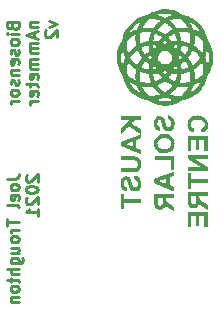
<source format=gbr>
%TF.GenerationSoftware,KiCad,Pcbnew,(5.99.0-8564-gb2cd1fddf9)*%
%TF.CreationDate,2021-01-25T15:54:05+03:00*%
%TF.ProjectId,Eloise_nA_meter_v2,456c6f69-7365-45f6-9e41-5f6d65746572,rev?*%
%TF.SameCoordinates,Original*%
%TF.FileFunction,Legend,Bot*%
%TF.FilePolarity,Positive*%
%FSLAX46Y46*%
G04 Gerber Fmt 4.6, Leading zero omitted, Abs format (unit mm)*
G04 Created by KiCad (PCBNEW (5.99.0-8564-gb2cd1fddf9)) date 2021-01-25 15:54:05*
%MOMM*%
%LPD*%
G01*
G04 APERTURE LIST*
%ADD10C,0.250000*%
G04 APERTURE END LIST*
D10*
X100847380Y-58686309D02*
X101561666Y-58686309D01*
X101704523Y-58638690D01*
X101799761Y-58543452D01*
X101847380Y-58400595D01*
X101847380Y-58305357D01*
X101847380Y-59305357D02*
X101799761Y-59210119D01*
X101752142Y-59162500D01*
X101656904Y-59114880D01*
X101371190Y-59114880D01*
X101275952Y-59162500D01*
X101228333Y-59210119D01*
X101180714Y-59305357D01*
X101180714Y-59448214D01*
X101228333Y-59543452D01*
X101275952Y-59591071D01*
X101371190Y-59638690D01*
X101656904Y-59638690D01*
X101752142Y-59591071D01*
X101799761Y-59543452D01*
X101847380Y-59448214D01*
X101847380Y-59305357D01*
X101799761Y-60448214D02*
X101847380Y-60352976D01*
X101847380Y-60162500D01*
X101799761Y-60067261D01*
X101704523Y-60019642D01*
X101323571Y-60019642D01*
X101228333Y-60067261D01*
X101180714Y-60162500D01*
X101180714Y-60352976D01*
X101228333Y-60448214D01*
X101323571Y-60495833D01*
X101418809Y-60495833D01*
X101514047Y-60019642D01*
X101847380Y-61067261D02*
X101799761Y-60972023D01*
X101704523Y-60924404D01*
X100847380Y-60924404D01*
X100847380Y-62067261D02*
X100847380Y-62638690D01*
X101847380Y-62352976D02*
X100847380Y-62352976D01*
X101847380Y-62972023D02*
X101180714Y-62972023D01*
X101371190Y-62972023D02*
X101275952Y-63019642D01*
X101228333Y-63067261D01*
X101180714Y-63162500D01*
X101180714Y-63257738D01*
X101847380Y-63733928D02*
X101799761Y-63638690D01*
X101752142Y-63591071D01*
X101656904Y-63543452D01*
X101371190Y-63543452D01*
X101275952Y-63591071D01*
X101228333Y-63638690D01*
X101180714Y-63733928D01*
X101180714Y-63876785D01*
X101228333Y-63972023D01*
X101275952Y-64019642D01*
X101371190Y-64067261D01*
X101656904Y-64067261D01*
X101752142Y-64019642D01*
X101799761Y-63972023D01*
X101847380Y-63876785D01*
X101847380Y-63733928D01*
X101180714Y-64924404D02*
X101847380Y-64924404D01*
X101180714Y-64495833D02*
X101704523Y-64495833D01*
X101799761Y-64543452D01*
X101847380Y-64638690D01*
X101847380Y-64781547D01*
X101799761Y-64876785D01*
X101752142Y-64924404D01*
X101180714Y-65829166D02*
X101990238Y-65829166D01*
X102085476Y-65781547D01*
X102133095Y-65733928D01*
X102180714Y-65638690D01*
X102180714Y-65495833D01*
X102133095Y-65400595D01*
X101799761Y-65829166D02*
X101847380Y-65733928D01*
X101847380Y-65543452D01*
X101799761Y-65448214D01*
X101752142Y-65400595D01*
X101656904Y-65352976D01*
X101371190Y-65352976D01*
X101275952Y-65400595D01*
X101228333Y-65448214D01*
X101180714Y-65543452D01*
X101180714Y-65733928D01*
X101228333Y-65829166D01*
X101847380Y-66305357D02*
X100847380Y-66305357D01*
X101847380Y-66733928D02*
X101323571Y-66733928D01*
X101228333Y-66686309D01*
X101180714Y-66591071D01*
X101180714Y-66448214D01*
X101228333Y-66352976D01*
X101275952Y-66305357D01*
X101180714Y-67067261D02*
X101180714Y-67448214D01*
X100847380Y-67210119D02*
X101704523Y-67210119D01*
X101799761Y-67257738D01*
X101847380Y-67352976D01*
X101847380Y-67448214D01*
X101847380Y-67924404D02*
X101799761Y-67829166D01*
X101752142Y-67781547D01*
X101656904Y-67733928D01*
X101371190Y-67733928D01*
X101275952Y-67781547D01*
X101228333Y-67829166D01*
X101180714Y-67924404D01*
X101180714Y-68067261D01*
X101228333Y-68162500D01*
X101275952Y-68210119D01*
X101371190Y-68257738D01*
X101656904Y-68257738D01*
X101752142Y-68210119D01*
X101799761Y-68162500D01*
X101847380Y-68067261D01*
X101847380Y-67924404D01*
X101180714Y-68686309D02*
X101847380Y-68686309D01*
X101275952Y-68686309D02*
X101228333Y-68733928D01*
X101180714Y-68829166D01*
X101180714Y-68972023D01*
X101228333Y-69067261D01*
X101323571Y-69114880D01*
X101847380Y-69114880D01*
X102552619Y-58352976D02*
X102505000Y-58400595D01*
X102457380Y-58495833D01*
X102457380Y-58733928D01*
X102505000Y-58829166D01*
X102552619Y-58876785D01*
X102647857Y-58924404D01*
X102743095Y-58924404D01*
X102885952Y-58876785D01*
X103457380Y-58305357D01*
X103457380Y-58924404D01*
X102457380Y-59543452D02*
X102457380Y-59638690D01*
X102505000Y-59733928D01*
X102552619Y-59781547D01*
X102647857Y-59829166D01*
X102838333Y-59876785D01*
X103076428Y-59876785D01*
X103266904Y-59829166D01*
X103362142Y-59781547D01*
X103409761Y-59733928D01*
X103457380Y-59638690D01*
X103457380Y-59543452D01*
X103409761Y-59448214D01*
X103362142Y-59400595D01*
X103266904Y-59352976D01*
X103076428Y-59305357D01*
X102838333Y-59305357D01*
X102647857Y-59352976D01*
X102552619Y-59400595D01*
X102505000Y-59448214D01*
X102457380Y-59543452D01*
X102552619Y-60257738D02*
X102505000Y-60305357D01*
X102457380Y-60400595D01*
X102457380Y-60638690D01*
X102505000Y-60733928D01*
X102552619Y-60781547D01*
X102647857Y-60829166D01*
X102743095Y-60829166D01*
X102885952Y-60781547D01*
X103457380Y-60210119D01*
X103457380Y-60829166D01*
X103457380Y-61781547D02*
X103457380Y-61210119D01*
X103457380Y-61495833D02*
X102457380Y-61495833D01*
X102600238Y-61400595D01*
X102695476Y-61305357D01*
X102743095Y-61210119D01*
X101318571Y-45733928D02*
X101366190Y-45876785D01*
X101413809Y-45924404D01*
X101509047Y-45972023D01*
X101651904Y-45972023D01*
X101747142Y-45924404D01*
X101794761Y-45876785D01*
X101842380Y-45781547D01*
X101842380Y-45400595D01*
X100842380Y-45400595D01*
X100842380Y-45733928D01*
X100890000Y-45829166D01*
X100937619Y-45876785D01*
X101032857Y-45924404D01*
X101128095Y-45924404D01*
X101223333Y-45876785D01*
X101270952Y-45829166D01*
X101318571Y-45733928D01*
X101318571Y-45400595D01*
X101842380Y-46400595D02*
X101175714Y-46400595D01*
X100842380Y-46400595D02*
X100890000Y-46352976D01*
X100937619Y-46400595D01*
X100890000Y-46448214D01*
X100842380Y-46400595D01*
X100937619Y-46400595D01*
X101842380Y-47019642D02*
X101794761Y-46924404D01*
X101747142Y-46876785D01*
X101651904Y-46829166D01*
X101366190Y-46829166D01*
X101270952Y-46876785D01*
X101223333Y-46924404D01*
X101175714Y-47019642D01*
X101175714Y-47162500D01*
X101223333Y-47257738D01*
X101270952Y-47305357D01*
X101366190Y-47352976D01*
X101651904Y-47352976D01*
X101747142Y-47305357D01*
X101794761Y-47257738D01*
X101842380Y-47162500D01*
X101842380Y-47019642D01*
X101794761Y-47733928D02*
X101842380Y-47829166D01*
X101842380Y-48019642D01*
X101794761Y-48114880D01*
X101699523Y-48162500D01*
X101651904Y-48162500D01*
X101556666Y-48114880D01*
X101509047Y-48019642D01*
X101509047Y-47876785D01*
X101461428Y-47781547D01*
X101366190Y-47733928D01*
X101318571Y-47733928D01*
X101223333Y-47781547D01*
X101175714Y-47876785D01*
X101175714Y-48019642D01*
X101223333Y-48114880D01*
X101794761Y-48972023D02*
X101842380Y-48876785D01*
X101842380Y-48686309D01*
X101794761Y-48591071D01*
X101699523Y-48543452D01*
X101318571Y-48543452D01*
X101223333Y-48591071D01*
X101175714Y-48686309D01*
X101175714Y-48876785D01*
X101223333Y-48972023D01*
X101318571Y-49019642D01*
X101413809Y-49019642D01*
X101509047Y-48543452D01*
X101175714Y-49448214D02*
X101842380Y-49448214D01*
X101270952Y-49448214D02*
X101223333Y-49495833D01*
X101175714Y-49591071D01*
X101175714Y-49733928D01*
X101223333Y-49829166D01*
X101318571Y-49876785D01*
X101842380Y-49876785D01*
X101794761Y-50305357D02*
X101842380Y-50400595D01*
X101842380Y-50591071D01*
X101794761Y-50686309D01*
X101699523Y-50733928D01*
X101651904Y-50733928D01*
X101556666Y-50686309D01*
X101509047Y-50591071D01*
X101509047Y-50448214D01*
X101461428Y-50352976D01*
X101366190Y-50305357D01*
X101318571Y-50305357D01*
X101223333Y-50352976D01*
X101175714Y-50448214D01*
X101175714Y-50591071D01*
X101223333Y-50686309D01*
X101842380Y-51305357D02*
X101794761Y-51210119D01*
X101747142Y-51162500D01*
X101651904Y-51114880D01*
X101366190Y-51114880D01*
X101270952Y-51162500D01*
X101223333Y-51210119D01*
X101175714Y-51305357D01*
X101175714Y-51448214D01*
X101223333Y-51543452D01*
X101270952Y-51591071D01*
X101366190Y-51638690D01*
X101651904Y-51638690D01*
X101747142Y-51591071D01*
X101794761Y-51543452D01*
X101842380Y-51448214D01*
X101842380Y-51305357D01*
X101842380Y-52067261D02*
X101175714Y-52067261D01*
X101366190Y-52067261D02*
X101270952Y-52114880D01*
X101223333Y-52162500D01*
X101175714Y-52257738D01*
X101175714Y-52352976D01*
X102785714Y-45400595D02*
X103452380Y-45400595D01*
X102880952Y-45400595D02*
X102833333Y-45448214D01*
X102785714Y-45543452D01*
X102785714Y-45686309D01*
X102833333Y-45781547D01*
X102928571Y-45829166D01*
X103452380Y-45829166D01*
X103166666Y-46257738D02*
X103166666Y-46733928D01*
X103452380Y-46162500D02*
X102452380Y-46495833D01*
X103452380Y-46829166D01*
X103452380Y-47162500D02*
X102785714Y-47162500D01*
X102880952Y-47162500D02*
X102833333Y-47210119D01*
X102785714Y-47305357D01*
X102785714Y-47448214D01*
X102833333Y-47543452D01*
X102928571Y-47591071D01*
X103452380Y-47591071D01*
X102928571Y-47591071D02*
X102833333Y-47638690D01*
X102785714Y-47733928D01*
X102785714Y-47876785D01*
X102833333Y-47972023D01*
X102928571Y-48019642D01*
X103452380Y-48019642D01*
X103452380Y-48495833D02*
X102785714Y-48495833D01*
X102880952Y-48495833D02*
X102833333Y-48543452D01*
X102785714Y-48638690D01*
X102785714Y-48781547D01*
X102833333Y-48876785D01*
X102928571Y-48924404D01*
X103452380Y-48924404D01*
X102928571Y-48924404D02*
X102833333Y-48972023D01*
X102785714Y-49067261D01*
X102785714Y-49210119D01*
X102833333Y-49305357D01*
X102928571Y-49352976D01*
X103452380Y-49352976D01*
X103404761Y-50210119D02*
X103452380Y-50114880D01*
X103452380Y-49924404D01*
X103404761Y-49829166D01*
X103309523Y-49781547D01*
X102928571Y-49781547D01*
X102833333Y-49829166D01*
X102785714Y-49924404D01*
X102785714Y-50114880D01*
X102833333Y-50210119D01*
X102928571Y-50257738D01*
X103023809Y-50257738D01*
X103119047Y-49781547D01*
X102785714Y-50543452D02*
X102785714Y-50924404D01*
X102452380Y-50686309D02*
X103309523Y-50686309D01*
X103404761Y-50733928D01*
X103452380Y-50829166D01*
X103452380Y-50924404D01*
X103404761Y-51638690D02*
X103452380Y-51543452D01*
X103452380Y-51352976D01*
X103404761Y-51257738D01*
X103309523Y-51210119D01*
X102928571Y-51210119D01*
X102833333Y-51257738D01*
X102785714Y-51352976D01*
X102785714Y-51543452D01*
X102833333Y-51638690D01*
X102928571Y-51686309D01*
X103023809Y-51686309D01*
X103119047Y-51210119D01*
X103452380Y-52114880D02*
X102785714Y-52114880D01*
X102976190Y-52114880D02*
X102880952Y-52162500D01*
X102833333Y-52210119D01*
X102785714Y-52305357D01*
X102785714Y-52400595D01*
X104395714Y-45305357D02*
X105062380Y-45543452D01*
X104395714Y-45781547D01*
X104157619Y-46114880D02*
X104110000Y-46162500D01*
X104062380Y-46257738D01*
X104062380Y-46495833D01*
X104110000Y-46591071D01*
X104157619Y-46638690D01*
X104252857Y-46686309D01*
X104348095Y-46686309D01*
X104490952Y-46638690D01*
X105062380Y-46067261D01*
X105062380Y-46686309D01*
%TO.C,TP1*%
G36*
X117858359Y-56345896D02*
G01*
X117575279Y-56345896D01*
X117575279Y-55406585D01*
X117112057Y-55406585D01*
X117112057Y-56255826D01*
X116828977Y-56255826D01*
X116828977Y-55406585D01*
X116455826Y-55406585D01*
X116455826Y-56320162D01*
X116172746Y-56320162D01*
X116172746Y-55059169D01*
X117858359Y-55059169D01*
X117858359Y-56345896D01*
G37*
G36*
X117858359Y-62766667D02*
G01*
X117575279Y-62766667D01*
X117575279Y-61827355D01*
X117112057Y-61827355D01*
X117112057Y-62676596D01*
X116828977Y-62676596D01*
X116828977Y-61827355D01*
X116455826Y-61827355D01*
X116455826Y-62740932D01*
X116172746Y-62740932D01*
X116172746Y-61479939D01*
X117858359Y-61479939D01*
X117858359Y-62766667D01*
G37*
G36*
X115027558Y-57967173D02*
G01*
X114744478Y-57967173D01*
X114744478Y-57117933D01*
X113354812Y-57117933D01*
X113354812Y-56783384D01*
X115027558Y-56783384D01*
X115027558Y-57967173D01*
G37*
G36*
X114562510Y-53291808D02*
G01*
X114618822Y-53307359D01*
X114655985Y-53318788D01*
X114767609Y-53369181D01*
X114862003Y-53438476D01*
X114938397Y-53525847D01*
X114996020Y-53630472D01*
X115034104Y-53751526D01*
X115047881Y-53843299D01*
X115052805Y-53951723D01*
X115048368Y-54064546D01*
X115035163Y-54174475D01*
X115013784Y-54274219D01*
X114984826Y-54356486D01*
X114964952Y-54395183D01*
X114903459Y-54479612D01*
X114827287Y-54547363D01*
X114739983Y-54597800D01*
X114645095Y-54630283D01*
X114546171Y-54644174D01*
X114446759Y-54638836D01*
X114350407Y-54613630D01*
X114260662Y-54567918D01*
X114181074Y-54501062D01*
X114163806Y-54482274D01*
X114135778Y-54448340D01*
X114111156Y-54412148D01*
X114088596Y-54370446D01*
X114066753Y-54319981D01*
X114044282Y-54257502D01*
X114019840Y-54179755D01*
X113992081Y-54083489D01*
X113959662Y-53965451D01*
X113944088Y-53909757D01*
X113918952Y-53830193D01*
X113895065Y-53770647D01*
X113870676Y-53727678D01*
X113844037Y-53697847D01*
X113813400Y-53677712D01*
X113811413Y-53676732D01*
X113777797Y-53662758D01*
X113751224Y-53661405D01*
X113717513Y-53671796D01*
X113691866Y-53684193D01*
X113653540Y-53718608D01*
X113626529Y-53769908D01*
X113609715Y-53840624D01*
X113601982Y-53933283D01*
X113600760Y-53977486D01*
X113601161Y-54025944D01*
X113605071Y-54060953D01*
X113613484Y-54089796D01*
X113627392Y-54119754D01*
X113657518Y-54164903D01*
X113716633Y-54216002D01*
X113791026Y-54248173D01*
X113837335Y-54260627D01*
X113833752Y-54399336D01*
X113831789Y-54470186D01*
X113829086Y-54525451D01*
X113824384Y-54561834D01*
X113816245Y-54582892D01*
X113803231Y-54592183D01*
X113783906Y-54593263D01*
X113756831Y-54589691D01*
X113734434Y-54585904D01*
X113626557Y-54553748D01*
X113533922Y-54501281D01*
X113457023Y-54429208D01*
X113396354Y-54338239D01*
X113352407Y-54229079D01*
X113325677Y-54102436D01*
X113316657Y-53959017D01*
X113324014Y-53827331D01*
X113348651Y-53700312D01*
X113390284Y-53591379D01*
X113448565Y-53501058D01*
X113523146Y-53429877D01*
X113613679Y-53378365D01*
X113719817Y-53347049D01*
X113749344Y-53342785D01*
X113846983Y-53344660D01*
X113941981Y-53369273D01*
X114029816Y-53414482D01*
X114105965Y-53478149D01*
X114165907Y-53558133D01*
X114182113Y-53587435D01*
X114207207Y-53639031D01*
X114230606Y-53696860D01*
X114254006Y-53765672D01*
X114279099Y-53850216D01*
X114307580Y-53955238D01*
X114330502Y-54039429D01*
X114355256Y-54120303D01*
X114378531Y-54181816D01*
X114402067Y-54227219D01*
X114427603Y-54259761D01*
X114456877Y-54282692D01*
X114491627Y-54299263D01*
X114515383Y-54304919D01*
X114568657Y-54302009D01*
X114623898Y-54283063D01*
X114671670Y-54250632D01*
X114682436Y-54240035D01*
X114725907Y-54180874D01*
X114753415Y-54108150D01*
X114766806Y-54017333D01*
X114767825Y-53998632D01*
X114762395Y-53894287D01*
X114737399Y-53804778D01*
X114693178Y-53731428D01*
X114669546Y-53708085D01*
X114625318Y-53675663D01*
X114574843Y-53646747D01*
X114526504Y-53625987D01*
X114488689Y-53618034D01*
X114473104Y-53616009D01*
X114455555Y-53606123D01*
X114455511Y-53606047D01*
X114453893Y-53588926D01*
X114454838Y-53551734D01*
X114458091Y-53499899D01*
X114463397Y-53438849D01*
X114467766Y-53393554D01*
X114474248Y-53338745D01*
X114483230Y-53304324D01*
X114498446Y-53287133D01*
X114523628Y-53284013D01*
X114562510Y-53291808D01*
G37*
G36*
X116455826Y-58726342D02*
G01*
X117858359Y-58726342D01*
X117858359Y-59060891D01*
X116455826Y-59060891D01*
X116455826Y-59562715D01*
X116172746Y-59562715D01*
X116172746Y-58224519D01*
X116455826Y-58224519D01*
X116455826Y-58726342D01*
G37*
G36*
X115675640Y-44745743D02*
G01*
X115721604Y-44771165D01*
X115764362Y-44788954D01*
X115813048Y-44802869D01*
X115876798Y-44816673D01*
X116035699Y-44854321D01*
X116270314Y-44931148D01*
X116308861Y-44948194D01*
X116494674Y-45030362D01*
X116707341Y-45150687D01*
X116906877Y-45290846D01*
X117091843Y-45449563D01*
X117260802Y-45625563D01*
X117412314Y-45817569D01*
X117544943Y-46024304D01*
X117657249Y-46244494D01*
X117747795Y-46476860D01*
X117748675Y-46479513D01*
X117772845Y-46556155D01*
X117796265Y-46636906D01*
X117816301Y-46712316D01*
X117830319Y-46772937D01*
X117832447Y-46783358D01*
X117844592Y-46836767D01*
X117851100Y-46857595D01*
X117858078Y-46879926D01*
X117876304Y-46920637D01*
X117902671Y-46966699D01*
X117940579Y-47025915D01*
X117952472Y-47044274D01*
X118065590Y-47242202D01*
X118162209Y-47455362D01*
X118240336Y-47678144D01*
X118297976Y-47904940D01*
X118333135Y-48130142D01*
X118341611Y-48235864D01*
X118344444Y-48457255D01*
X118328590Y-48682321D01*
X118294496Y-48902178D01*
X118283703Y-48952135D01*
X118236764Y-49123245D01*
X118174573Y-49299683D01*
X118100344Y-49473710D01*
X118017287Y-49637591D01*
X117928616Y-49783586D01*
X117916606Y-49801613D01*
X117883708Y-49854596D01*
X117861452Y-49899712D01*
X117845671Y-49946506D01*
X117832201Y-50004521D01*
X117798542Y-50148329D01*
X117721275Y-50391841D01*
X117620975Y-50623988D01*
X117497902Y-50844267D01*
X117352318Y-51052179D01*
X117184485Y-51247222D01*
X117133300Y-51299431D01*
X116954892Y-51458766D01*
X116759842Y-51601669D01*
X116551497Y-51726279D01*
X116333208Y-51830736D01*
X116108323Y-51913180D01*
X115880191Y-51971749D01*
X115822891Y-51983937D01*
X115770983Y-51997924D01*
X115727088Y-52015093D01*
X115681770Y-52039240D01*
X115625595Y-52074159D01*
X115563232Y-52113080D01*
X115345385Y-52231751D01*
X115120332Y-52327500D01*
X114884697Y-52401628D01*
X114635106Y-52455432D01*
X114596489Y-52461132D01*
X114503066Y-52470194D01*
X114394625Y-52475978D01*
X114277921Y-52478481D01*
X114159711Y-52477702D01*
X114046753Y-52473638D01*
X113945805Y-52466288D01*
X113863622Y-52455650D01*
X113862556Y-52455464D01*
X113642816Y-52409667D01*
X113440255Y-52351025D01*
X113248537Y-52277097D01*
X113061327Y-52185442D01*
X112872290Y-52073618D01*
X112824514Y-52043857D01*
X112777958Y-52018311D01*
X112734231Y-52000278D01*
X112724305Y-51997459D01*
X113582892Y-51997459D01*
X113586987Y-52000044D01*
X113613505Y-52010015D01*
X113657956Y-52023001D01*
X113714921Y-52037703D01*
X113778983Y-52052825D01*
X113844725Y-52067067D01*
X113906728Y-52079132D01*
X113959574Y-52087720D01*
X113961254Y-52087951D01*
X114119848Y-52101720D01*
X114291766Y-52102578D01*
X114468500Y-52091076D01*
X114641541Y-52067764D01*
X114802381Y-52033192D01*
X114816818Y-52029350D01*
X114864763Y-52016005D01*
X114901895Y-52004797D01*
X114921150Y-51997829D01*
X114921806Y-51995328D01*
X114906455Y-51987617D01*
X114872814Y-51977549D01*
X114825558Y-51966649D01*
X114761317Y-51952116D01*
X114626097Y-51914710D01*
X114487908Y-51868561D01*
X114358811Y-51817524D01*
X114249088Y-51770008D01*
X114152583Y-51812418D01*
X114099092Y-51834721D01*
X113995895Y-51873159D01*
X113884655Y-51910034D01*
X113775710Y-51941998D01*
X113679397Y-51965702D01*
X113659116Y-51970236D01*
X113616968Y-51981314D01*
X113589852Y-51990950D01*
X113582892Y-51997459D01*
X112724305Y-51997459D01*
X112683906Y-51985986D01*
X112617557Y-51971662D01*
X112393649Y-51915138D01*
X112164981Y-51832621D01*
X111946638Y-51728199D01*
X111739992Y-51603244D01*
X111546416Y-51459127D01*
X111367283Y-51297219D01*
X111203965Y-51118892D01*
X111057836Y-50925516D01*
X110930267Y-50718462D01*
X110822632Y-50499103D01*
X110805291Y-50452844D01*
X111216695Y-50452844D01*
X111270366Y-50552486D01*
X111344170Y-50676550D01*
X111465684Y-50843142D01*
X111606603Y-51000887D01*
X111763339Y-51146224D01*
X111932302Y-51275594D01*
X112109904Y-51385434D01*
X112120024Y-51390943D01*
X112159003Y-51411550D01*
X112186285Y-51424984D01*
X112196482Y-51428562D01*
X112195612Y-51426564D01*
X112184825Y-51408336D01*
X112164334Y-51375747D01*
X112137450Y-51334093D01*
X112101530Y-51275972D01*
X112048919Y-51182376D01*
X111996030Y-51079996D01*
X111947452Y-50977807D01*
X111913192Y-50897492D01*
X112326975Y-50897492D01*
X112331206Y-50912759D01*
X112347259Y-50944866D01*
X112372653Y-50989768D01*
X112404904Y-51043418D01*
X112441527Y-51101770D01*
X112480040Y-51160776D01*
X112517959Y-51216392D01*
X112552799Y-51264569D01*
X112594276Y-51316466D01*
X112652697Y-51383769D01*
X112715461Y-51451426D01*
X112774592Y-51510590D01*
X112810698Y-51544675D01*
X112854344Y-51584310D01*
X112887049Y-51610730D01*
X112913210Y-51626972D01*
X112937223Y-51636072D01*
X112963484Y-51641066D01*
X113071030Y-51649340D01*
X113196956Y-51647924D01*
X113334060Y-51637340D01*
X113476145Y-51618248D01*
X113617017Y-51591309D01*
X113750481Y-51557183D01*
X113759345Y-51554542D01*
X113802207Y-51540582D01*
X113832368Y-51528773D01*
X113837838Y-51525254D01*
X114654704Y-51525254D01*
X114654896Y-51525437D01*
X114672978Y-51533823D01*
X114710539Y-51546207D01*
X114762091Y-51561126D01*
X114822146Y-51577116D01*
X114885217Y-51592716D01*
X114945816Y-51606461D01*
X114998456Y-51616889D01*
X115056124Y-51625733D01*
X115150224Y-51636161D01*
X115250571Y-51643552D01*
X115349278Y-51647495D01*
X115438454Y-51647582D01*
X115510213Y-51643405D01*
X115600152Y-51633809D01*
X115761590Y-51471084D01*
X115769161Y-51463418D01*
X115797080Y-51433017D01*
X116297359Y-51433017D01*
X116374284Y-51394186D01*
X116440667Y-51358305D01*
X116587180Y-51263358D01*
X116732468Y-51148897D01*
X116872441Y-51018885D01*
X117003005Y-50877288D01*
X117120071Y-50728069D01*
X117219546Y-50575193D01*
X117233280Y-50551349D01*
X117256917Y-50508888D01*
X117273241Y-50477574D01*
X117279331Y-50462893D01*
X117274877Y-50463030D01*
X117253300Y-50473499D01*
X117217885Y-50494070D01*
X117173176Y-50522205D01*
X117073814Y-50582761D01*
X116908908Y-50669252D01*
X116739587Y-50742638D01*
X116715788Y-50752199D01*
X116670852Y-50772476D01*
X116638619Y-50790122D01*
X116624861Y-50802142D01*
X116612598Y-50837528D01*
X116580177Y-50916887D01*
X116537754Y-51008872D01*
X116488209Y-51107829D01*
X116434419Y-51208104D01*
X116379263Y-51304042D01*
X116325619Y-51389989D01*
X116297359Y-51433017D01*
X115797080Y-51433017D01*
X115881791Y-51340773D01*
X115984111Y-51213337D01*
X116071946Y-51086662D01*
X116141122Y-50966302D01*
X116153599Y-50941107D01*
X116167385Y-50911354D01*
X116172746Y-50896881D01*
X116170616Y-50895328D01*
X116151185Y-50895175D01*
X116118060Y-50899670D01*
X116074996Y-50904591D01*
X116009398Y-50907917D01*
X115928718Y-50909391D01*
X115838401Y-50909124D01*
X115743893Y-50907227D01*
X115650641Y-50903813D01*
X115564090Y-50898994D01*
X115489687Y-50892881D01*
X115432877Y-50885587D01*
X115396352Y-50879294D01*
X115344580Y-50870045D01*
X115305277Y-50862616D01*
X115284904Y-50858202D01*
X115267419Y-50865441D01*
X115239200Y-50894789D01*
X115201514Y-50945410D01*
X115139244Y-51029997D01*
X115052485Y-51135635D01*
X114957289Y-51240964D01*
X114858922Y-51340454D01*
X114762647Y-51428575D01*
X114673728Y-51499797D01*
X114658491Y-51513785D01*
X114654704Y-51525254D01*
X113837838Y-51525254D01*
X113843769Y-51521438D01*
X113835200Y-51510837D01*
X113811102Y-51489399D01*
X113776922Y-51462193D01*
X113721270Y-51416795D01*
X113630929Y-51332909D01*
X113535010Y-51233265D01*
X113437323Y-51122073D01*
X113341675Y-51003540D01*
X113251874Y-50881877D01*
X113232573Y-50854410D01*
X113097467Y-50878442D01*
X113090792Y-50879609D01*
X112994240Y-50893016D01*
X112883282Y-50903237D01*
X112765854Y-50909937D01*
X112649891Y-50912783D01*
X112543329Y-50911439D01*
X112454103Y-50905570D01*
X112422509Y-50902394D01*
X112374884Y-50898338D01*
X112341193Y-50896440D01*
X112327252Y-50897090D01*
X112326975Y-50897492D01*
X111913192Y-50897492D01*
X111907772Y-50884787D01*
X111867585Y-50782897D01*
X111797344Y-50759253D01*
X111791469Y-50757225D01*
X111742995Y-50737964D01*
X113612346Y-50737964D01*
X113668522Y-50810851D01*
X113681685Y-50827633D01*
X113747988Y-50905649D01*
X113824488Y-50987181D01*
X113906863Y-51068249D01*
X113990792Y-51144874D01*
X114071951Y-51213075D01*
X114146020Y-51268871D01*
X114208676Y-51308284D01*
X114249088Y-51330047D01*
X114252836Y-51332065D01*
X114321598Y-51288044D01*
X114361921Y-51261083D01*
X114472109Y-51177361D01*
X114584173Y-51079185D01*
X114691260Y-50972795D01*
X114786518Y-50864438D01*
X114806302Y-50840027D01*
X114838673Y-50799920D01*
X114863132Y-50769399D01*
X114875512Y-50753653D01*
X114870762Y-50743260D01*
X114842892Y-50723005D01*
X114791199Y-50693495D01*
X114715605Y-50654683D01*
X114658764Y-50625902D01*
X114534989Y-50558129D01*
X114442664Y-50500733D01*
X115457336Y-50500733D01*
X115459094Y-50502061D01*
X115482816Y-50509105D01*
X115527392Y-50515561D01*
X115588699Y-50521115D01*
X115662612Y-50525453D01*
X115745008Y-50528261D01*
X115831763Y-50529225D01*
X115958770Y-50526787D01*
X116074315Y-50518847D01*
X116176898Y-50504958D01*
X116224659Y-50496430D01*
X116273283Y-50487112D01*
X116307295Y-50479833D01*
X116321308Y-50475686D01*
X116325079Y-50468898D01*
X116333735Y-50438856D01*
X116343525Y-50390658D01*
X116353669Y-50329233D01*
X116363387Y-50259507D01*
X116371899Y-50186410D01*
X116378425Y-50114867D01*
X116379514Y-50100482D01*
X116383992Y-50038708D01*
X116387372Y-49987734D01*
X116389341Y-49952513D01*
X116389586Y-49937994D01*
X116388807Y-49932291D01*
X116386244Y-49905485D01*
X116382598Y-49862367D01*
X116378384Y-49808889D01*
X116374756Y-49765729D01*
X116367849Y-49700815D01*
X116360499Y-49649425D01*
X116353327Y-49615616D01*
X116346954Y-49603445D01*
X116344960Y-49603939D01*
X116324517Y-49610305D01*
X116285729Y-49622867D01*
X116233080Y-49640165D01*
X116171052Y-49660739D01*
X116149823Y-49667704D01*
X115926958Y-49729286D01*
X115683789Y-49776466D01*
X115638754Y-49783579D01*
X115615912Y-49924415D01*
X115612901Y-49942373D01*
X115588852Y-50061591D01*
X115557554Y-50186912D01*
X115521851Y-50307733D01*
X115484593Y-50413454D01*
X115483990Y-50414994D01*
X115468739Y-50456445D01*
X115459171Y-50487211D01*
X115457336Y-50500733D01*
X114442664Y-50500733D01*
X114420715Y-50487088D01*
X114304997Y-50406153D01*
X114245100Y-50362217D01*
X114208492Y-50392883D01*
X114203783Y-50396774D01*
X114151118Y-50436175D01*
X114082000Y-50482692D01*
X114002448Y-50532643D01*
X113918481Y-50582349D01*
X113836118Y-50628129D01*
X113761377Y-50666301D01*
X113612346Y-50737964D01*
X111742995Y-50737964D01*
X111736469Y-50735371D01*
X111666330Y-50703921D01*
X111587224Y-50665980D01*
X111505326Y-50624653D01*
X111426811Y-50583047D01*
X111357852Y-50544267D01*
X111304624Y-50511418D01*
X111216695Y-50452844D01*
X110805291Y-50452844D01*
X110736304Y-50268809D01*
X110672654Y-50028952D01*
X110672390Y-50027708D01*
X110658038Y-49964571D01*
X110643720Y-49916214D01*
X110625658Y-49873726D01*
X110600077Y-49828197D01*
X110563201Y-49770719D01*
X110554605Y-49757584D01*
X110544207Y-49739609D01*
X111006535Y-49739609D01*
X111070871Y-49815283D01*
X111076975Y-49822375D01*
X111140489Y-49889491D01*
X111216695Y-49961232D01*
X111219087Y-49963483D01*
X111306402Y-50038829D01*
X111396067Y-50110011D01*
X111481716Y-50171509D01*
X111495650Y-50180790D01*
X111552795Y-50217276D01*
X111610071Y-50251710D01*
X111663132Y-50281701D01*
X111707634Y-50304860D01*
X111739235Y-50318794D01*
X111753589Y-50321115D01*
X111754328Y-50314381D01*
X111753237Y-50286630D01*
X111749841Y-50242742D01*
X111744527Y-50188383D01*
X111741497Y-50154545D01*
X111737123Y-50052016D01*
X111737647Y-49935566D01*
X111738598Y-49912934D01*
X112120250Y-49912934D01*
X112120745Y-50003454D01*
X112123382Y-50094332D01*
X112128194Y-50181474D01*
X112135217Y-50260784D01*
X112144484Y-50328164D01*
X112153034Y-50375867D01*
X112162498Y-50424676D01*
X112169997Y-50458938D01*
X112174413Y-50473231D01*
X112175306Y-50473832D01*
X112193482Y-50479999D01*
X112229039Y-50489457D01*
X112275343Y-50500418D01*
X112294044Y-50503867D01*
X112349570Y-50510300D01*
X112422897Y-50515600D01*
X112508671Y-50519673D01*
X112601538Y-50522423D01*
X112696144Y-50523757D01*
X112787134Y-50523578D01*
X112869156Y-50521791D01*
X112936856Y-50518302D01*
X112984878Y-50513016D01*
X113005455Y-50508972D01*
X113034271Y-50500807D01*
X113045263Y-50493715D01*
X113044514Y-50490521D01*
X113037012Y-50467877D01*
X113023239Y-50429629D01*
X113005384Y-50381915D01*
X112979805Y-50308382D01*
X112949318Y-50206735D01*
X112920558Y-50097245D01*
X112896010Y-49989468D01*
X112878159Y-49892958D01*
X112875822Y-49878112D01*
X112868333Y-49832564D01*
X112862477Y-49799928D01*
X112862179Y-49798642D01*
X113249182Y-49798642D01*
X113257886Y-49868302D01*
X113263694Y-49905135D01*
X113278416Y-49974090D01*
X113298553Y-50052671D01*
X113322316Y-50135075D01*
X113347916Y-50215504D01*
X113373564Y-50288155D01*
X113397470Y-50347229D01*
X113417846Y-50386925D01*
X113424918Y-50392061D01*
X113441395Y-50391418D01*
X113469948Y-50382244D01*
X113514124Y-50363354D01*
X113577472Y-50333562D01*
X113629945Y-50307360D01*
X113706669Y-50266513D01*
X113781062Y-50224446D01*
X113842539Y-50187011D01*
X113881187Y-50161370D01*
X113921567Y-50132603D01*
X113948978Y-50110633D01*
X113958019Y-50099951D01*
X114548274Y-50099951D01*
X114551842Y-50112151D01*
X114558967Y-50119479D01*
X114591645Y-50144915D01*
X114641085Y-50177601D01*
X114702547Y-50214933D01*
X114771294Y-50254305D01*
X114842586Y-50293114D01*
X114911685Y-50328753D01*
X114973852Y-50358619D01*
X115024348Y-50380107D01*
X115058435Y-50390613D01*
X115068187Y-50390251D01*
X115082741Y-50379364D01*
X115099073Y-50352234D01*
X115120165Y-50304711D01*
X115122382Y-50299297D01*
X115144946Y-50239466D01*
X115168560Y-50170150D01*
X115188457Y-50105268D01*
X115190087Y-50099473D01*
X115207730Y-50031916D01*
X115224729Y-49959527D01*
X115237611Y-49897017D01*
X115255760Y-49798137D01*
X115170610Y-49789983D01*
X115144788Y-49787225D01*
X115084693Y-49779711D01*
X115015433Y-49770071D01*
X114947390Y-49759713D01*
X114809319Y-49737596D01*
X114760814Y-49808402D01*
X114746248Y-49829041D01*
X114710182Y-49877671D01*
X114667512Y-49933042D01*
X114624658Y-49986742D01*
X114608803Y-50006345D01*
X114574705Y-50050579D01*
X114555212Y-50080604D01*
X114548274Y-50099951D01*
X113958019Y-50099951D01*
X113958964Y-50098835D01*
X113953461Y-50087177D01*
X113934688Y-50060980D01*
X113907274Y-50028065D01*
X113889917Y-50007551D01*
X113854118Y-49962486D01*
X113813287Y-49908705D01*
X113773297Y-49853848D01*
X113690523Y-49737534D01*
X113545185Y-49760084D01*
X113498434Y-49767170D01*
X113430342Y-49776979D01*
X113369312Y-49785225D01*
X113324515Y-49790638D01*
X113249182Y-49798642D01*
X112862179Y-49798642D01*
X112859362Y-49786471D01*
X112854643Y-49784920D01*
X112829606Y-49779711D01*
X112788088Y-49772227D01*
X112735779Y-49763525D01*
X112617982Y-49741300D01*
X112489664Y-49710907D01*
X112365846Y-49675813D01*
X112257140Y-49638784D01*
X112240289Y-49632502D01*
X112196444Y-49617374D01*
X112194387Y-49616781D01*
X114083582Y-49616781D01*
X114083982Y-49625362D01*
X114096504Y-49650059D01*
X114119230Y-49685103D01*
X114148251Y-49725337D01*
X114179656Y-49765605D01*
X114209537Y-49800751D01*
X114233984Y-49825620D01*
X114245100Y-49832565D01*
X114249088Y-49835056D01*
X114255578Y-49831256D01*
X114276324Y-49811152D01*
X114306466Y-49777559D01*
X114342196Y-49734790D01*
X114379707Y-49687156D01*
X114397098Y-49663774D01*
X114415610Y-49636959D01*
X114422796Y-49623646D01*
X114422549Y-49622997D01*
X114408772Y-49613435D01*
X114378084Y-49597180D01*
X114336317Y-49577356D01*
X114249837Y-49538145D01*
X114172259Y-49572389D01*
X114133545Y-49590130D01*
X114100439Y-49606638D01*
X114083582Y-49616781D01*
X112194387Y-49616781D01*
X112164555Y-49608179D01*
X112150597Y-49606715D01*
X112148670Y-49609074D01*
X112138982Y-49636362D01*
X112131261Y-49684487D01*
X112125542Y-49749355D01*
X112121860Y-49826869D01*
X112120250Y-49912934D01*
X111738598Y-49912934D01*
X111742783Y-49813340D01*
X111752244Y-49693484D01*
X111765746Y-49584144D01*
X111771387Y-49547899D01*
X111779946Y-49495939D01*
X111787040Y-49456432D01*
X111791537Y-49435883D01*
X116706429Y-49435883D01*
X116707085Y-49438054D01*
X116721997Y-49502479D01*
X116735024Y-49586669D01*
X116745810Y-49684937D01*
X116753999Y-49791595D01*
X116759233Y-49900957D01*
X116761156Y-50007333D01*
X116759410Y-50105038D01*
X116753640Y-50188383D01*
X116749918Y-50225377D01*
X116745839Y-50273412D01*
X116743933Y-50307214D01*
X116744587Y-50321115D01*
X116745663Y-50321637D01*
X116763332Y-50316999D01*
X116797616Y-50301185D01*
X116844249Y-50276531D01*
X116898961Y-50245371D01*
X116957485Y-50210041D01*
X117015552Y-50172875D01*
X117055606Y-50145491D01*
X117157343Y-50068866D01*
X117257831Y-49984143D01*
X117279331Y-49963921D01*
X117349738Y-49897703D01*
X117425732Y-49815926D01*
X117498075Y-49730653D01*
X117497036Y-49509425D01*
X117497033Y-49508868D01*
X117491615Y-49337614D01*
X117476460Y-49183258D01*
X117450570Y-49038512D01*
X117412944Y-48896090D01*
X117400220Y-48855149D01*
X117387933Y-48820101D01*
X117378835Y-48803579D01*
X117370756Y-48802031D01*
X117361526Y-48811904D01*
X117344087Y-48835165D01*
X117259125Y-48936953D01*
X117157946Y-49043353D01*
X117046135Y-49149022D01*
X116929277Y-49248614D01*
X116812955Y-49336788D01*
X116793267Y-49350891D01*
X116742255Y-49390380D01*
X116713465Y-49418565D01*
X116706429Y-49435883D01*
X111791537Y-49435883D01*
X111791612Y-49431137D01*
X111780303Y-49414349D01*
X113223217Y-49414349D01*
X113232573Y-49413642D01*
X113340646Y-49405484D01*
X113374834Y-49402910D01*
X113432816Y-49397689D01*
X113469741Y-49390761D01*
X113488746Y-49379306D01*
X113489900Y-49374171D01*
X115003957Y-49374171D01*
X115015439Y-49387681D01*
X115043088Y-49395635D01*
X115090044Y-49400799D01*
X115159448Y-49405942D01*
X115272036Y-49414289D01*
X115271021Y-49376977D01*
X115269148Y-49348277D01*
X115265552Y-49326798D01*
X115262227Y-49308901D01*
X115257571Y-49272950D01*
X115252676Y-49227077D01*
X115247634Y-49187820D01*
X115238923Y-49152604D01*
X115228727Y-49140223D01*
X115213623Y-49143366D01*
X115180469Y-49153860D01*
X115138692Y-49169174D01*
X115108411Y-49181295D01*
X115081189Y-49195620D01*
X115062774Y-49214176D01*
X115047157Y-49243560D01*
X115028328Y-49290372D01*
X115016936Y-49319409D01*
X115005503Y-49352336D01*
X115003957Y-49374171D01*
X113489900Y-49374171D01*
X113492971Y-49360506D01*
X113485552Y-49331541D01*
X113469628Y-49289590D01*
X113457811Y-49259572D01*
X113441619Y-49224792D01*
X113424274Y-49202996D01*
X113399417Y-49187237D01*
X113360690Y-49170568D01*
X113324990Y-49156745D01*
X113290004Y-49144813D01*
X113270488Y-49140223D01*
X113262853Y-49146879D01*
X113253637Y-49176387D01*
X113246541Y-49227077D01*
X113242020Y-49271237D01*
X113235976Y-49324113D01*
X113230713Y-49364140D01*
X113223217Y-49414349D01*
X111780303Y-49414349D01*
X111777774Y-49410595D01*
X111742539Y-49379342D01*
X111685221Y-49336737D01*
X111626345Y-49293831D01*
X111538491Y-49221482D01*
X112258035Y-49221482D01*
X112263865Y-49232235D01*
X112264720Y-49232769D01*
X112300113Y-49250010D01*
X112354988Y-49271248D01*
X112423931Y-49294849D01*
X112501526Y-49319178D01*
X112582356Y-49342600D01*
X112661007Y-49363480D01*
X112732061Y-49380185D01*
X112790103Y-49391078D01*
X112849457Y-49399961D01*
X112858819Y-49292632D01*
X112865897Y-49225483D01*
X112875820Y-49149418D01*
X112886302Y-49082342D01*
X112888520Y-49069593D01*
X112896595Y-49020309D01*
X112902234Y-48981299D01*
X112904328Y-48960081D01*
X112904326Y-48959990D01*
X112893969Y-48943669D01*
X112867212Y-48919555D01*
X112829802Y-48892834D01*
X112812497Y-48881287D01*
X112762932Y-48845762D01*
X112707011Y-48803209D01*
X112653844Y-48760479D01*
X112552316Y-48676071D01*
X112523241Y-48711921D01*
X112511558Y-48727198D01*
X112478110Y-48776574D01*
X112438756Y-48840278D01*
X112397068Y-48912063D01*
X112356616Y-48985685D01*
X112320971Y-49054897D01*
X112293702Y-49113453D01*
X112274022Y-49161254D01*
X112261089Y-49199143D01*
X112258035Y-49221482D01*
X111538491Y-49221482D01*
X111457188Y-49154528D01*
X111297843Y-48997544D01*
X111144123Y-48818871D01*
X111118716Y-48787034D01*
X111089981Y-48883208D01*
X111080786Y-48914369D01*
X111054853Y-49009178D01*
X111035703Y-49094521D01*
X111022372Y-49177422D01*
X111013891Y-49264908D01*
X111009295Y-49364004D01*
X111007616Y-49481734D01*
X111006535Y-49739609D01*
X110544207Y-49739609D01*
X110430784Y-49543544D01*
X110329008Y-49317014D01*
X110249812Y-49079581D01*
X110193731Y-48832833D01*
X110161301Y-48578360D01*
X110154097Y-48408448D01*
X110154737Y-48393921D01*
X110544043Y-48393921D01*
X110544619Y-48481382D01*
X110547564Y-48591369D01*
X110553676Y-48685446D01*
X110563705Y-48769402D01*
X110578399Y-48849028D01*
X110598505Y-48930112D01*
X110624773Y-49018445D01*
X110627553Y-49027245D01*
X110639772Y-49064026D01*
X110647318Y-49079363D01*
X110652546Y-49075977D01*
X110657812Y-49056585D01*
X110684038Y-48945908D01*
X110711411Y-48840773D01*
X110738807Y-48748168D01*
X110768255Y-48661286D01*
X110801781Y-48573321D01*
X110812268Y-48546886D01*
X110835479Y-48487076D01*
X110854038Y-48437405D01*
X110866264Y-48402439D01*
X110868550Y-48393921D01*
X111307957Y-48393921D01*
X111362064Y-48474341D01*
X111392298Y-48517432D01*
X111451401Y-48595063D01*
X111516624Y-48674491D01*
X111581401Y-48747830D01*
X111639168Y-48807193D01*
X111669426Y-48835431D01*
X111718343Y-48879051D01*
X111769019Y-48922341D01*
X111817290Y-48961913D01*
X111858989Y-48994374D01*
X111889951Y-49016334D01*
X111906010Y-49024403D01*
X111908706Y-49023244D01*
X111922566Y-49005943D01*
X111941971Y-48972223D01*
X111963603Y-48927658D01*
X111985441Y-48880904D01*
X112053233Y-48751115D01*
X112130699Y-48620563D01*
X112138939Y-48608299D01*
X113689362Y-48608299D01*
X113690523Y-48609635D01*
X113769782Y-48700816D01*
X113778289Y-48710478D01*
X113829447Y-48765190D01*
X113885971Y-48821399D01*
X113937106Y-48868336D01*
X114024010Y-48943339D01*
X114142983Y-48950309D01*
X114152914Y-48950843D01*
X114226082Y-48952769D01*
X114249837Y-48952576D01*
X114304260Y-48952136D01*
X114372133Y-48949030D01*
X114482310Y-48940780D01*
X115593388Y-48940780D01*
X115600719Y-48992249D01*
X115602571Y-49005100D01*
X115609060Y-49049222D01*
X115617499Y-49105857D01*
X115626543Y-49165957D01*
X115630212Y-49191290D01*
X115637817Y-49251750D01*
X115643107Y-49305371D01*
X115645111Y-49342882D01*
X115645535Y-49356378D01*
X115650431Y-49386005D01*
X115659250Y-49397568D01*
X115688196Y-49395206D01*
X115743738Y-49385572D01*
X115813790Y-49369908D01*
X115892811Y-49349721D01*
X115975263Y-49326516D01*
X116055606Y-49301800D01*
X116128301Y-49277078D01*
X116187809Y-49253856D01*
X116211537Y-49243022D01*
X116239038Y-49228212D01*
X116249612Y-49219059D01*
X116245949Y-49206198D01*
X116233031Y-49173816D01*
X116213329Y-49128780D01*
X116189504Y-49076858D01*
X116164214Y-49023822D01*
X116140117Y-48975441D01*
X116119872Y-48937486D01*
X116100465Y-48904207D01*
X116069809Y-48854255D01*
X116036945Y-48802906D01*
X116004995Y-48754832D01*
X115977081Y-48714708D01*
X115956325Y-48687207D01*
X115945850Y-48677001D01*
X115934992Y-48683614D01*
X115910215Y-48703375D01*
X115877649Y-48731687D01*
X115860274Y-48746658D01*
X115814584Y-48783205D01*
X115760080Y-48824303D01*
X115705102Y-48863576D01*
X115593388Y-48940780D01*
X114482310Y-48940780D01*
X114569236Y-48864452D01*
X114573824Y-48860395D01*
X114627174Y-48810277D01*
X114683908Y-48752817D01*
X114732488Y-48699661D01*
X114808814Y-48611199D01*
X114808814Y-48396377D01*
X115400709Y-48396377D01*
X115405440Y-48415736D01*
X115418148Y-48448451D01*
X115435345Y-48486723D01*
X115453535Y-48523184D01*
X115469220Y-48550464D01*
X115478907Y-48561195D01*
X115485048Y-48558440D01*
X115508396Y-48542816D01*
X115543845Y-48516471D01*
X115586521Y-48482947D01*
X115612186Y-48461904D01*
X115649039Y-48430026D01*
X115674370Y-48405891D01*
X115682101Y-48395750D01*
X116211157Y-48395750D01*
X116287387Y-48500991D01*
X116346954Y-48588572D01*
X116378003Y-48634223D01*
X116463390Y-48778080D01*
X116531968Y-48915206D01*
X116541243Y-48935448D01*
X116562633Y-48978425D01*
X116580232Y-49008857D01*
X116590932Y-49021163D01*
X116595554Y-49020759D01*
X116619332Y-49008494D01*
X116656482Y-48982250D01*
X116703398Y-48945057D01*
X116756475Y-48899946D01*
X116812107Y-48849947D01*
X116866691Y-48798090D01*
X116916620Y-48747405D01*
X116956263Y-48704171D01*
X117010823Y-48641360D01*
X117061768Y-48579409D01*
X117101813Y-48526990D01*
X117120672Y-48500451D01*
X117150307Y-48457428D01*
X117172196Y-48423933D01*
X117182602Y-48405579D01*
X117180759Y-48393315D01*
X117624211Y-48393315D01*
X117677548Y-48517663D01*
X117682801Y-48530095D01*
X117717073Y-48618900D01*
X117752250Y-48721355D01*
X117785431Y-48828197D01*
X117813716Y-48930161D01*
X117834204Y-49017984D01*
X117849734Y-49095187D01*
X117874125Y-49017984D01*
X117877404Y-49007342D01*
X117892756Y-48953054D01*
X117909535Y-48888337D01*
X117924655Y-48824975D01*
X117930638Y-48796671D01*
X117939018Y-48746587D01*
X117945240Y-48690773D01*
X117949697Y-48624229D01*
X117952779Y-48541957D01*
X117954879Y-48438956D01*
X117955168Y-48418621D01*
X117955979Y-48336514D01*
X117956168Y-48262104D01*
X117955758Y-48199901D01*
X117954774Y-48154411D01*
X117953239Y-48130142D01*
X117947781Y-48096593D01*
X117936826Y-48038225D01*
X117923388Y-47973386D01*
X117908546Y-47906605D01*
X117893381Y-47842409D01*
X117878973Y-47785329D01*
X117866403Y-47739891D01*
X117856752Y-47710624D01*
X117851100Y-47702058D01*
X117849044Y-47707555D01*
X117842170Y-47733518D01*
X117832170Y-47775585D01*
X117820423Y-47828092D01*
X117806768Y-47887266D01*
X117750591Y-48080469D01*
X117675523Y-48274596D01*
X117624211Y-48393315D01*
X117180759Y-48393315D01*
X117180252Y-48389941D01*
X117163744Y-48356602D01*
X117134719Y-48310516D01*
X117095668Y-48255192D01*
X117049086Y-48194135D01*
X116997465Y-48130854D01*
X116943297Y-48068857D01*
X116937203Y-48062209D01*
X116894888Y-48018566D01*
X116844877Y-47970251D01*
X116790898Y-47920503D01*
X116736678Y-47872559D01*
X116685945Y-47829658D01*
X116642426Y-47795039D01*
X116609848Y-47771939D01*
X116591938Y-47763597D01*
X116589139Y-47764920D01*
X116575570Y-47782754D01*
X116556718Y-47817039D01*
X116535769Y-47862188D01*
X116525505Y-47885336D01*
X116477666Y-47981566D01*
X116418360Y-48087110D01*
X116352108Y-48194212D01*
X116283431Y-48295114D01*
X116211157Y-48395750D01*
X115682101Y-48395750D01*
X115683789Y-48393535D01*
X115681392Y-48389496D01*
X115663745Y-48371927D01*
X115633377Y-48345350D01*
X115595593Y-48314032D01*
X115555697Y-48282240D01*
X115518994Y-48254241D01*
X115490786Y-48234300D01*
X115476378Y-48226686D01*
X115475854Y-48226816D01*
X115466504Y-48239684D01*
X115451529Y-48268476D01*
X115434195Y-48305867D01*
X115417769Y-48344531D01*
X115405519Y-48377143D01*
X115400709Y-48396377D01*
X114808814Y-48396377D01*
X114808814Y-48177001D01*
X114730605Y-48087024D01*
X114725307Y-48080982D01*
X114674208Y-48026154D01*
X114616053Y-47968246D01*
X114562419Y-47918837D01*
X114472442Y-47840628D01*
X114024183Y-47840628D01*
X113950060Y-47905993D01*
X113898878Y-47952976D01*
X113840872Y-48010123D01*
X113787434Y-48066530D01*
X113743576Y-48116885D01*
X113714307Y-48155876D01*
X113704966Y-48172959D01*
X113698181Y-48193840D01*
X113693684Y-48222680D01*
X113691023Y-48263924D01*
X113689749Y-48322012D01*
X113689410Y-48401388D01*
X113689362Y-48608299D01*
X112138939Y-48608299D01*
X112150597Y-48590949D01*
X112210953Y-48501122D01*
X112233069Y-48470254D01*
X112260634Y-48430992D01*
X112279367Y-48403286D01*
X112283735Y-48395798D01*
X112817157Y-48395798D01*
X112822888Y-48403045D01*
X112845369Y-48424364D01*
X112880568Y-48454829D01*
X112923989Y-48490455D01*
X113026697Y-48572742D01*
X113068516Y-48481657D01*
X113073529Y-48470710D01*
X113092082Y-48429672D01*
X113104862Y-48400537D01*
X113109348Y-48389030D01*
X113103756Y-48377771D01*
X113089919Y-48349478D01*
X113070852Y-48310319D01*
X113050974Y-48271656D01*
X113033770Y-48242331D01*
X113023586Y-48229941D01*
X113017096Y-48231470D01*
X112993972Y-48245101D01*
X112960290Y-48269040D01*
X112921299Y-48299069D01*
X112882243Y-48330975D01*
X112848370Y-48360542D01*
X112824926Y-48383555D01*
X112817157Y-48395798D01*
X112283735Y-48395798D01*
X112286096Y-48391750D01*
X112279024Y-48380833D01*
X112259637Y-48353271D01*
X112230954Y-48313332D01*
X112195987Y-48265248D01*
X112189250Y-48255881D01*
X112147581Y-48193017D01*
X112101167Y-48116326D01*
X112054823Y-48034005D01*
X112013361Y-47954249D01*
X111991247Y-47910232D01*
X111961009Y-47852551D01*
X111935300Y-47806441D01*
X111916313Y-47775782D01*
X111906238Y-47764457D01*
X111906063Y-47764450D01*
X111890041Y-47772472D01*
X111859220Y-47794428D01*
X111817655Y-47826927D01*
X111769396Y-47866576D01*
X111718497Y-47909981D01*
X111669010Y-47953751D01*
X111624986Y-47994492D01*
X111590479Y-48028813D01*
X111532981Y-48092486D01*
X111443333Y-48202414D01*
X111360744Y-48316188D01*
X111307957Y-48393921D01*
X110868550Y-48393921D01*
X110870475Y-48386745D01*
X110870419Y-48386272D01*
X110864268Y-48368007D01*
X110850180Y-48333915D01*
X110831030Y-48290983D01*
X110812161Y-48247649D01*
X110775160Y-48151200D01*
X110738500Y-48042332D01*
X110704962Y-47929543D01*
X110677326Y-47821327D01*
X110647673Y-47692654D01*
X110624127Y-47769396D01*
X110601768Y-47845301D01*
X110580852Y-47926974D01*
X110565469Y-48004636D01*
X110554858Y-48084224D01*
X110548258Y-48171675D01*
X110544907Y-48272929D01*
X110544043Y-48393921D01*
X110154737Y-48393921D01*
X110164850Y-48164419D01*
X110199623Y-47921177D01*
X110257628Y-47681774D01*
X110338081Y-47449263D01*
X110440196Y-47226695D01*
X110455273Y-47201004D01*
X111001341Y-47201004D01*
X111002069Y-47272882D01*
X111004043Y-47350365D01*
X111007331Y-47427276D01*
X111017633Y-47559857D01*
X111034254Y-47679519D01*
X111058467Y-47794442D01*
X111091543Y-47912806D01*
X111118716Y-48000784D01*
X111118722Y-48000803D01*
X111159133Y-47949980D01*
X111182015Y-47921683D01*
X111332724Y-47754768D01*
X111500713Y-47598355D01*
X111544971Y-47563777D01*
X112248227Y-47563777D01*
X112249388Y-47567462D01*
X112258246Y-47589896D01*
X112273925Y-47627731D01*
X112294148Y-47675430D01*
X112304017Y-47697593D01*
X112335229Y-47761382D01*
X112373418Y-47833317D01*
X112414987Y-47907117D01*
X112456340Y-47976498D01*
X112493879Y-48035181D01*
X112524009Y-48076883D01*
X112552316Y-48111803D01*
X112553851Y-48113696D01*
X112647134Y-48035372D01*
X112658982Y-48025523D01*
X112714664Y-47981083D01*
X112772611Y-47937184D01*
X112822030Y-47902055D01*
X112855426Y-47879122D01*
X112882800Y-47856266D01*
X112897013Y-47833803D01*
X115597575Y-47833803D01*
X115606139Y-47850649D01*
X115628000Y-47869075D01*
X115667485Y-47895008D01*
X115684447Y-47906197D01*
X115734355Y-47941669D01*
X115790542Y-47984205D01*
X115843773Y-48026897D01*
X115874186Y-48051994D01*
X115911727Y-48082366D01*
X115938350Y-48103142D01*
X115945850Y-48108247D01*
X115949663Y-48110841D01*
X115954001Y-48107835D01*
X115970430Y-48087191D01*
X115995385Y-48050580D01*
X116026261Y-48002284D01*
X116060454Y-47946580D01*
X116095358Y-47887748D01*
X116128368Y-47830067D01*
X116156879Y-47777816D01*
X116178288Y-47735274D01*
X116182968Y-47725304D01*
X116213022Y-47661330D01*
X116232452Y-47616181D01*
X116240701Y-47585528D01*
X116237211Y-47565048D01*
X116221425Y-47550413D01*
X116192785Y-47537297D01*
X116150736Y-47521375D01*
X116142023Y-47518067D01*
X116070257Y-47492781D01*
X115990406Y-47467444D01*
X115907862Y-47443493D01*
X115828018Y-47422364D01*
X115756264Y-47405493D01*
X115697993Y-47394318D01*
X115658597Y-47390273D01*
X115655057Y-47392210D01*
X115647906Y-47411559D01*
X115644952Y-47444959D01*
X115644881Y-47449464D01*
X115641978Y-47492160D01*
X115635327Y-47554071D01*
X115625600Y-47629890D01*
X115613473Y-47714310D01*
X115599617Y-47802026D01*
X115597983Y-47812611D01*
X115597575Y-47833803D01*
X112897013Y-47833803D01*
X112897486Y-47833056D01*
X112901400Y-47803271D01*
X112896462Y-47760689D01*
X112884587Y-47699088D01*
X112883312Y-47692554D01*
X112873990Y-47635422D01*
X112865212Y-47567768D01*
X112858727Y-47502862D01*
X112856656Y-47479730D01*
X112851106Y-47433904D01*
X112845175Y-47402149D01*
X112839838Y-47390273D01*
X112832877Y-47390805D01*
X112801327Y-47395926D01*
X112754046Y-47405321D01*
X112697541Y-47417554D01*
X112638318Y-47431191D01*
X112582882Y-47444794D01*
X112537741Y-47456930D01*
X112495183Y-47470008D01*
X112442048Y-47487697D01*
X112386559Y-47507199D01*
X112334075Y-47526535D01*
X112289953Y-47543728D01*
X112259551Y-47556801D01*
X112248227Y-47563777D01*
X111544971Y-47563777D01*
X111678850Y-47459180D01*
X111721743Y-47428094D01*
X111760784Y-47398355D01*
X111786940Y-47376704D01*
X111789903Y-47373365D01*
X113223195Y-47373365D01*
X113230702Y-47423638D01*
X113234942Y-47455325D01*
X113240960Y-47506893D01*
X113246541Y-47560765D01*
X113251849Y-47601474D01*
X113260325Y-47635417D01*
X113269924Y-47647619D01*
X113270488Y-47647499D01*
X113285163Y-47644380D01*
X113318312Y-47633827D01*
X113360180Y-47618489D01*
X113390863Y-47606262D01*
X113418266Y-47591940D01*
X113436661Y-47573465D01*
X113452106Y-47544205D01*
X113470656Y-47497529D01*
X113505927Y-47405699D01*
X113505555Y-47405623D01*
X114992629Y-47405623D01*
X115028406Y-47497670D01*
X115043099Y-47534748D01*
X115058950Y-47567776D01*
X115076148Y-47588364D01*
X115100720Y-47603124D01*
X115138692Y-47618668D01*
X115174040Y-47631764D01*
X115208972Y-47643212D01*
X115228290Y-47647619D01*
X115228727Y-47647418D01*
X115232550Y-47645666D01*
X115243162Y-47626310D01*
X115250923Y-47592933D01*
X115254788Y-47563183D01*
X115261145Y-47509992D01*
X115267146Y-47455773D01*
X115275825Y-47373300D01*
X115174209Y-47381298D01*
X115167593Y-47381829D01*
X115113198Y-47386893D01*
X115064949Y-47392475D01*
X115032611Y-47397459D01*
X114992629Y-47405623D01*
X113505555Y-47405623D01*
X113465755Y-47397497D01*
X113463146Y-47396988D01*
X113428345Y-47391851D01*
X113378818Y-47386257D01*
X113324389Y-47381330D01*
X113223195Y-47373365D01*
X111789903Y-47373365D01*
X111792027Y-47370972D01*
X116703144Y-47370972D01*
X116730611Y-47390273D01*
X116815231Y-47451817D01*
X116937507Y-47547921D01*
X117053772Y-47647507D01*
X117159813Y-47746753D01*
X117251416Y-47841836D01*
X117324367Y-47928934D01*
X117370756Y-47989943D01*
X117375836Y-47996624D01*
X117391359Y-47958693D01*
X117407884Y-47911505D01*
X117427584Y-47842185D01*
X117447237Y-47761569D01*
X117465045Y-47677083D01*
X117479207Y-47596150D01*
X117480690Y-47585863D01*
X117487533Y-47521041D01*
X117493013Y-47440448D01*
X117496659Y-47352384D01*
X117497999Y-47265148D01*
X117498075Y-47056385D01*
X117419683Y-46965303D01*
X117351327Y-46891821D01*
X117249348Y-46796420D01*
X117135459Y-46702697D01*
X117016460Y-46616535D01*
X117003391Y-46607802D01*
X116945922Y-46570989D01*
X116888414Y-46536339D01*
X116835189Y-46506230D01*
X116790565Y-46483038D01*
X116758864Y-46469138D01*
X116744407Y-46466907D01*
X116743657Y-46472115D01*
X116744601Y-46498040D01*
X116748064Y-46540348D01*
X116753621Y-46593205D01*
X116754227Y-46598644D01*
X116760270Y-46688159D01*
X116761669Y-46794652D01*
X116758741Y-46910396D01*
X116751804Y-47027665D01*
X116741176Y-47138730D01*
X116727176Y-47235866D01*
X116703144Y-47370972D01*
X111792027Y-47370972D01*
X111796071Y-47366416D01*
X111772795Y-47242700D01*
X111751200Y-47078409D01*
X111738979Y-46913329D01*
X111736678Y-46755476D01*
X111740057Y-46696443D01*
X112121901Y-46696443D01*
X112122214Y-46772910D01*
X112124160Y-46869149D01*
X112124409Y-46878991D01*
X112126867Y-46959423D01*
X112129811Y-47032393D01*
X112133006Y-47093335D01*
X112136217Y-47137680D01*
X112139208Y-47160862D01*
X112147900Y-47195230D01*
X112207714Y-47169586D01*
X112208004Y-47169472D01*
X114080542Y-47169472D01*
X114080670Y-47169664D01*
X114095694Y-47179910D01*
X114127643Y-47196234D01*
X114169794Y-47215194D01*
X114252517Y-47250352D01*
X114337657Y-47211748D01*
X114342948Y-47209328D01*
X114383274Y-47189370D01*
X114411619Y-47172690D01*
X114422134Y-47162686D01*
X114420261Y-47157390D01*
X114405871Y-47134626D01*
X114380908Y-47100952D01*
X114349704Y-47061621D01*
X114316589Y-47021885D01*
X114285894Y-46986999D01*
X114261950Y-46962215D01*
X114249088Y-46952786D01*
X114241225Y-46956811D01*
X114219971Y-46976859D01*
X114191362Y-47009078D01*
X114159471Y-47048233D01*
X114128370Y-47089086D01*
X114102133Y-47126401D01*
X114084833Y-47154942D01*
X114080542Y-47169472D01*
X112208004Y-47169472D01*
X112272362Y-47144176D01*
X112389167Y-47106137D01*
X112523226Y-47070225D01*
X112669413Y-47037769D01*
X112822603Y-47010098D01*
X112839537Y-47006806D01*
X112839838Y-47006649D01*
X112853714Y-46999433D01*
X112862928Y-46983234D01*
X112866481Y-46967910D01*
X113253731Y-46967910D01*
X113259717Y-46983967D01*
X113272919Y-46991958D01*
X113293693Y-46995977D01*
X113320902Y-46999654D01*
X113368000Y-47005942D01*
X113427417Y-47013828D01*
X113492393Y-47022413D01*
X113493540Y-47022564D01*
X113555585Y-47031129D01*
X113609171Y-47039219D01*
X113648605Y-47045930D01*
X113668196Y-47050355D01*
X113681656Y-47047703D01*
X113706747Y-47024272D01*
X113741322Y-46977797D01*
X113752651Y-46961440D01*
X113790469Y-46909302D01*
X113834561Y-46851008D01*
X113877550Y-46796381D01*
X113901754Y-46766158D01*
X113931587Y-46728091D01*
X113952005Y-46700989D01*
X113957649Y-46692297D01*
X114548356Y-46692297D01*
X114558017Y-46713679D01*
X114580903Y-46746480D01*
X114619140Y-46794435D01*
X114634646Y-46813551D01*
X114679384Y-46870742D01*
X114722456Y-46928298D01*
X114756341Y-46976250D01*
X114785512Y-47016686D01*
X114809319Y-47041691D01*
X114812163Y-47044677D01*
X114829980Y-47050355D01*
X114830123Y-47050302D01*
X114850116Y-47045827D01*
X114889852Y-47039085D01*
X114943639Y-47030978D01*
X115005784Y-47022413D01*
X115067709Y-47014232D01*
X115127547Y-47006291D01*
X115175392Y-46999907D01*
X115204483Y-46995977D01*
X115228796Y-46990986D01*
X115243080Y-46977910D01*
X115245695Y-46948986D01*
X115245681Y-46948263D01*
X115241160Y-46910134D01*
X115229866Y-46853688D01*
X115213362Y-46784782D01*
X115193207Y-46709275D01*
X115170965Y-46633024D01*
X115148197Y-46561886D01*
X115126464Y-46501719D01*
X115122466Y-46491592D01*
X115101801Y-46442390D01*
X115086062Y-46412958D01*
X115072635Y-46399253D01*
X115058904Y-46397229D01*
X115048134Y-46399746D01*
X115007168Y-46414696D01*
X114951580Y-46439663D01*
X114886116Y-46472040D01*
X114815522Y-46509218D01*
X114744541Y-46548592D01*
X114677920Y-46587554D01*
X114620404Y-46623498D01*
X114576738Y-46653816D01*
X114551667Y-46675901D01*
X114549794Y-46678597D01*
X114548356Y-46692297D01*
X113957649Y-46692297D01*
X113959574Y-46689333D01*
X113959549Y-46688858D01*
X113947635Y-46673180D01*
X113916586Y-46648560D01*
X113870224Y-46617224D01*
X113812371Y-46581396D01*
X113746851Y-46543302D01*
X113677484Y-46505168D01*
X113608094Y-46469218D01*
X113542503Y-46437678D01*
X113484533Y-46412774D01*
X113421720Y-46388015D01*
X113392897Y-46454874D01*
X113330141Y-46623331D01*
X113278195Y-46817987D01*
X113275507Y-46830414D01*
X113261983Y-46895227D01*
X113254605Y-46939695D01*
X113253731Y-46967910D01*
X112866481Y-46967910D01*
X112870018Y-46952655D01*
X112877827Y-46902141D01*
X112893062Y-46812996D01*
X112923126Y-46676883D01*
X112960083Y-46541817D01*
X113000786Y-46420140D01*
X113013682Y-46385442D01*
X113023586Y-46358230D01*
X113030343Y-46339666D01*
X113041761Y-46307055D01*
X113045998Y-46293058D01*
X113040780Y-46286943D01*
X113018691Y-46280369D01*
X112977710Y-46274823D01*
X112916127Y-46270143D01*
X112832232Y-46266169D01*
X112724316Y-46262738D01*
X112630049Y-46260661D01*
X112554586Y-46260269D01*
X112492701Y-46261873D01*
X112438312Y-46265762D01*
X112385336Y-46272225D01*
X112327690Y-46281549D01*
X112274001Y-46291326D01*
X112224596Y-46301142D01*
X112189924Y-46308978D01*
X112175312Y-46313711D01*
X112171113Y-46326265D01*
X112163508Y-46359469D01*
X112153839Y-46407853D01*
X112143227Y-46466089D01*
X112142595Y-46469724D01*
X112133569Y-46526387D01*
X112127298Y-46579109D01*
X112123503Y-46633818D01*
X112121901Y-46696443D01*
X111740057Y-46696443D01*
X111744840Y-46612867D01*
X111749419Y-46564609D01*
X111753156Y-46515498D01*
X111754672Y-46481073D01*
X111753640Y-46466778D01*
X111752395Y-46466192D01*
X111734292Y-46470971D01*
X111699684Y-46487083D01*
X111652739Y-46512150D01*
X111597624Y-46543793D01*
X111538508Y-46579633D01*
X111479559Y-46617292D01*
X111424944Y-46654389D01*
X111413382Y-46662716D01*
X111355180Y-46708040D01*
X111288431Y-46764268D01*
X111220502Y-46825043D01*
X111158761Y-46884010D01*
X111142549Y-46900204D01*
X111089328Y-46954638D01*
X111051736Y-46996005D01*
X111027055Y-47027707D01*
X111012568Y-47053142D01*
X111005557Y-47075712D01*
X111003506Y-47095447D01*
X111001830Y-47140077D01*
X111001341Y-47201004D01*
X110455273Y-47201004D01*
X110563188Y-47017122D01*
X110564877Y-47014558D01*
X110601226Y-46957734D01*
X110626508Y-46912343D01*
X110644558Y-46869302D01*
X110647673Y-46858719D01*
X110659211Y-46819524D01*
X110674303Y-46753924D01*
X110714901Y-46592120D01*
X110795622Y-46354495D01*
X110802841Y-46338576D01*
X111215222Y-46338576D01*
X111291020Y-46287156D01*
X111365229Y-46239907D01*
X111480356Y-46174985D01*
X111605193Y-46112561D01*
X111730906Y-46057252D01*
X111749478Y-46049683D01*
X113612496Y-46049683D01*
X113769951Y-46125895D01*
X113774600Y-46128158D01*
X113848263Y-46166508D01*
X113932061Y-46213788D01*
X114016034Y-46264209D01*
X114024183Y-46269457D01*
X114090221Y-46311984D01*
X114249088Y-46419198D01*
X114253036Y-46421862D01*
X114360434Y-46345059D01*
X114442997Y-46288835D01*
X115456463Y-46288835D01*
X115461045Y-46306360D01*
X115472413Y-46342525D01*
X115476378Y-46354466D01*
X115489094Y-46392761D01*
X115509614Y-46452500D01*
X115516894Y-46473939D01*
X115539752Y-46547488D01*
X115562644Y-46629245D01*
X115584276Y-46713753D01*
X115603354Y-46795551D01*
X115618584Y-46869182D01*
X115628670Y-46929185D01*
X115632320Y-46970101D01*
X115632332Y-46983927D01*
X115634894Y-46994094D01*
X115643804Y-47001923D01*
X115658597Y-47007244D01*
X115662861Y-47008777D01*
X115695862Y-47016021D01*
X115746608Y-47025021D01*
X115818896Y-47037141D01*
X115862877Y-47045314D01*
X115951062Y-47065030D01*
X116045995Y-47089593D01*
X116139639Y-47116745D01*
X116223961Y-47144228D01*
X116290925Y-47169785D01*
X116351202Y-47195627D01*
X116358670Y-47161061D01*
X116358712Y-47160866D01*
X116362593Y-47134574D01*
X116367619Y-47089043D01*
X116373143Y-47030620D01*
X116378522Y-46965653D01*
X116378910Y-46960600D01*
X116383448Y-46898788D01*
X116386927Y-46846488D01*
X116389012Y-46809081D01*
X116389366Y-46791945D01*
X116388529Y-46783251D01*
X116385878Y-46752457D01*
X116382046Y-46706119D01*
X116377546Y-46650405D01*
X116373423Y-46606800D01*
X116365973Y-46544440D01*
X116356939Y-46480148D01*
X116347214Y-46419425D01*
X116337692Y-46367772D01*
X116329267Y-46330690D01*
X116322833Y-46313680D01*
X116322031Y-46313174D01*
X116304310Y-46307719D01*
X116269057Y-46299145D01*
X116222852Y-46289072D01*
X116211183Y-46286825D01*
X116147686Y-46278099D01*
X116066578Y-46270901D01*
X115974030Y-46265410D01*
X115876211Y-46261805D01*
X115779294Y-46260263D01*
X115689449Y-46260963D01*
X115612846Y-46264083D01*
X115555657Y-46269802D01*
X115546828Y-46271188D01*
X115502076Y-46278598D01*
X115469814Y-46284570D01*
X115456523Y-46287921D01*
X115456463Y-46288835D01*
X114442997Y-46288835D01*
X114471937Y-46269127D01*
X114613398Y-46184937D01*
X114766441Y-46107759D01*
X114802820Y-46090563D01*
X114845778Y-46069639D01*
X114875142Y-46054552D01*
X114886018Y-46047755D01*
X114882983Y-46041290D01*
X114865794Y-46017789D01*
X114836410Y-45981762D01*
X114798254Y-45937080D01*
X114754749Y-45887616D01*
X114709318Y-45837242D01*
X114665385Y-45789831D01*
X114626373Y-45749253D01*
X114595706Y-45719382D01*
X114572093Y-45698179D01*
X114517639Y-45651568D01*
X114458645Y-45603452D01*
X114399890Y-45557524D01*
X114346152Y-45517477D01*
X114302209Y-45487006D01*
X114272840Y-45469805D01*
X114267559Y-45467740D01*
X114248663Y-45465770D01*
X114224798Y-45472306D01*
X114193086Y-45489038D01*
X114150653Y-45517660D01*
X114094622Y-45559865D01*
X114022118Y-45617343D01*
X113925649Y-45699996D01*
X113789077Y-45835170D01*
X113668596Y-45976893D01*
X113612496Y-46049683D01*
X111749478Y-46049683D01*
X111752395Y-46048494D01*
X111868206Y-46001297D01*
X111906063Y-45909055D01*
X111913620Y-45890643D01*
X112327252Y-45890643D01*
X112334100Y-45891356D01*
X112362001Y-45890366D01*
X112406034Y-45887234D01*
X112460537Y-45882313D01*
X112494048Y-45879513D01*
X112554586Y-45877235D01*
X112604660Y-45875351D01*
X112728454Y-45876758D01*
X112856640Y-45883342D01*
X112980429Y-45894710D01*
X113091033Y-45910471D01*
X113223195Y-45933779D01*
X113232573Y-45935432D01*
X113251874Y-45907237D01*
X113266255Y-45886569D01*
X113319372Y-45813909D01*
X113380121Y-45734961D01*
X113421720Y-45683273D01*
X113441259Y-45658996D01*
X113495542Y-45595289D01*
X113516723Y-45572136D01*
X113565122Y-45522203D01*
X113620665Y-45467678D01*
X113678378Y-45413211D01*
X113733290Y-45363452D01*
X113780427Y-45323054D01*
X113814818Y-45296666D01*
X113834263Y-45280984D01*
X113843769Y-45267389D01*
X113843675Y-45266818D01*
X113843616Y-45266780D01*
X114654407Y-45266780D01*
X114659695Y-45274258D01*
X114681011Y-45293326D01*
X114713093Y-45317823D01*
X114714313Y-45318702D01*
X114778233Y-45370196D01*
X114851907Y-45438329D01*
X114930987Y-45518372D01*
X115011128Y-45605598D01*
X115058904Y-45661348D01*
X115087981Y-45695278D01*
X115157200Y-45782684D01*
X115214437Y-45863088D01*
X115230046Y-45886069D01*
X115254324Y-45916774D01*
X115273062Y-45930523D01*
X115275825Y-45930627D01*
X115284904Y-45930967D01*
X115290579Y-45931178D01*
X115374572Y-45912853D01*
X115498986Y-45894596D01*
X115639126Y-45883646D01*
X115779294Y-45880056D01*
X115799595Y-45879537D01*
X115867641Y-45879606D01*
X115945787Y-45880650D01*
X116015206Y-45882585D01*
X116070231Y-45885244D01*
X116105192Y-45888462D01*
X116131898Y-45891626D01*
X116161271Y-45892355D01*
X116172650Y-45888462D01*
X116167803Y-45874713D01*
X116151431Y-45842455D01*
X116126134Y-45797229D01*
X116094659Y-45743694D01*
X116059753Y-45686507D01*
X116024162Y-45630327D01*
X115990634Y-45579812D01*
X115972477Y-45554926D01*
X115930594Y-45502919D01*
X115878109Y-45442128D01*
X115819950Y-45378204D01*
X115806304Y-45363976D01*
X116308861Y-45363976D01*
X116310160Y-45373438D01*
X116324744Y-45398041D01*
X116353164Y-45440881D01*
X116365401Y-45459415D01*
X116439842Y-45583437D01*
X116510472Y-45719315D01*
X116571129Y-45855329D01*
X116591938Y-45906631D01*
X116631140Y-46003277D01*
X116739999Y-46045363D01*
X116744407Y-46047206D01*
X116851475Y-46091961D01*
X117018685Y-46174419D01*
X117173176Y-46265637D01*
X117203532Y-46284960D01*
X117242611Y-46308438D01*
X117269389Y-46322708D01*
X117279322Y-46325218D01*
X117279124Y-46323835D01*
X117270408Y-46304272D01*
X117250865Y-46268752D01*
X117223371Y-46221997D01*
X117190807Y-46168731D01*
X117156051Y-46113674D01*
X117121981Y-46061549D01*
X117091477Y-46017078D01*
X117085886Y-46009276D01*
X116990757Y-45891108D01*
X116876636Y-45771706D01*
X116749103Y-45655831D01*
X116613736Y-45548247D01*
X116476116Y-45453719D01*
X116341821Y-45377009D01*
X116320296Y-45366552D01*
X116308861Y-45363976D01*
X115806304Y-45363976D01*
X115761050Y-45316794D01*
X115600152Y-45154105D01*
X115484346Y-45144337D01*
X115425622Y-45141552D01*
X115333889Y-45142316D01*
X115231620Y-45147432D01*
X115127048Y-45156311D01*
X115028404Y-45168363D01*
X114943921Y-45183000D01*
X114934000Y-45185114D01*
X114868522Y-45200109D01*
X114804210Y-45216398D01*
X114745854Y-45232595D01*
X114698243Y-45247315D01*
X114666164Y-45259172D01*
X114654407Y-45266780D01*
X113843616Y-45266780D01*
X113829490Y-45257647D01*
X113793173Y-45244364D01*
X113737579Y-45227824D01*
X113665566Y-45208883D01*
X113579990Y-45188396D01*
X113503876Y-45173790D01*
X113405211Y-45160173D01*
X113298924Y-45149766D01*
X113193191Y-45143209D01*
X113096187Y-45141143D01*
X113016086Y-45144208D01*
X112902538Y-45153838D01*
X112773561Y-45277633D01*
X112720703Y-45330675D01*
X112658311Y-45397787D01*
X112599486Y-45465221D01*
X112552055Y-45524261D01*
X112549051Y-45528267D01*
X112514084Y-45576955D01*
X112476208Y-45632787D01*
X112437913Y-45691707D01*
X112401686Y-45749658D01*
X112370018Y-45802584D01*
X112345397Y-45846427D01*
X112330312Y-45877133D01*
X112327252Y-45890643D01*
X111913620Y-45890643D01*
X111914555Y-45888364D01*
X111920865Y-45873112D01*
X112009961Y-45679613D01*
X112108776Y-45501788D01*
X112112486Y-45495732D01*
X112140627Y-45450083D01*
X112165362Y-45410422D01*
X112181706Y-45384748D01*
X112201614Y-45354350D01*
X112136351Y-45387421D01*
X112010566Y-45459356D01*
X111865361Y-45561171D01*
X111723014Y-45679649D01*
X111587992Y-45810419D01*
X111464768Y-45949113D01*
X111357810Y-46091359D01*
X111271588Y-46232789D01*
X111215222Y-46338576D01*
X110802841Y-46338576D01*
X110898080Y-46128562D01*
X111021061Y-45915537D01*
X111163350Y-45716641D01*
X111323735Y-45533091D01*
X111501001Y-45366106D01*
X111693935Y-45216906D01*
X111901323Y-45086708D01*
X112121951Y-44976731D01*
X112201614Y-44946415D01*
X112354606Y-44888194D01*
X112598074Y-44822316D01*
X112623842Y-44816641D01*
X112687060Y-44801538D01*
X112723308Y-44790532D01*
X113582892Y-44790532D01*
X113582967Y-44792673D01*
X113598755Y-44800627D01*
X113632605Y-44811065D01*
X113679397Y-44822301D01*
X113709886Y-44829208D01*
X113817950Y-44857980D01*
X113934681Y-44894427D01*
X114049447Y-44935078D01*
X114151617Y-44976462D01*
X114248663Y-45019132D01*
X114254272Y-45021598D01*
X114350265Y-44977246D01*
X114364998Y-44970591D01*
X114428057Y-44944128D01*
X114499297Y-44916529D01*
X114565950Y-44892794D01*
X114583747Y-44886967D01*
X114658578Y-44864366D01*
X114739857Y-44842067D01*
X114812889Y-44824156D01*
X114940134Y-44795619D01*
X114839716Y-44765808D01*
X114700475Y-44730965D01*
X114504310Y-44700347D01*
X114299785Y-44687342D01*
X114092874Y-44692011D01*
X113889552Y-44714410D01*
X113695795Y-44754598D01*
X113680530Y-44758676D01*
X113634007Y-44772007D01*
X113599262Y-44783325D01*
X113582892Y-44790532D01*
X112723308Y-44790532D01*
X112735632Y-44786790D01*
X112777560Y-44769218D01*
X112820845Y-44745642D01*
X112873489Y-44712884D01*
X113013239Y-44629467D01*
X113096187Y-44588468D01*
X113237294Y-44518723D01*
X113469455Y-44430323D01*
X113707318Y-44364887D01*
X113948478Y-44323031D01*
X114190531Y-44305375D01*
X114299785Y-44308628D01*
X114431072Y-44312535D01*
X114489645Y-44317921D01*
X114737099Y-44353694D01*
X114971085Y-44409959D01*
X115194496Y-44487686D01*
X115410225Y-44587845D01*
X115425622Y-44596864D01*
X115621165Y-44711405D01*
X115675640Y-44745743D01*
G37*
G36*
X117858359Y-56963246D02*
G01*
X117319072Y-56966603D01*
X116779785Y-56969959D01*
X117318983Y-57304508D01*
X117858182Y-57639058D01*
X117858270Y-57809549D01*
X117858359Y-57980040D01*
X116172746Y-57980040D01*
X116172746Y-57674179D01*
X116725882Y-57664646D01*
X117279019Y-57655113D01*
X116725882Y-57314756D01*
X116172746Y-56974398D01*
X116172746Y-56641844D01*
X117858359Y-56641844D01*
X117858359Y-56963246D01*
G37*
G36*
X115027558Y-60257548D02*
G01*
X114316036Y-60257548D01*
X114323750Y-60366864D01*
X114324340Y-60374862D01*
X114334295Y-60453970D01*
X114351972Y-60514893D01*
X114379998Y-60564145D01*
X114420996Y-60608241D01*
X114439149Y-60622979D01*
X114477721Y-60651808D01*
X114531330Y-60690460D01*
X114596516Y-60736472D01*
X114669822Y-60787386D01*
X114747789Y-60840740D01*
X115027558Y-61030756D01*
X115027558Y-61229613D01*
X115027436Y-61269339D01*
X115026682Y-61332386D01*
X115025353Y-61382845D01*
X115023584Y-61416333D01*
X115021508Y-61428470D01*
X115013728Y-61424751D01*
X114987190Y-61409149D01*
X114945631Y-61383571D01*
X114892775Y-61350404D01*
X114832346Y-61312038D01*
X114768069Y-61270861D01*
X114703667Y-61229261D01*
X114642865Y-61189626D01*
X114589387Y-61154346D01*
X114546957Y-61125808D01*
X114519301Y-61106401D01*
X114485669Y-61079624D01*
X114422598Y-61021626D01*
X114361605Y-60957262D01*
X114312451Y-60896438D01*
X114286174Y-60859796D01*
X114263593Y-60941473D01*
X114259500Y-60955787D01*
X114225336Y-61045412D01*
X114178547Y-61119968D01*
X114113929Y-61188029D01*
X114065074Y-61226539D01*
X113992761Y-61264178D01*
X113910285Y-61284795D01*
X113811601Y-61290437D01*
X113721657Y-61283911D01*
X113633152Y-61261409D01*
X113555361Y-61220635D01*
X113482424Y-61159254D01*
X113452828Y-61127627D01*
X113426129Y-61092999D01*
X113404025Y-61054996D01*
X113386093Y-61011136D01*
X113371914Y-60958936D01*
X113361065Y-60895912D01*
X113353126Y-60819582D01*
X113347675Y-60727462D01*
X113344292Y-60617070D01*
X113342555Y-60485922D01*
X113342043Y-60331535D01*
X113342025Y-60257548D01*
X113623194Y-60257548D01*
X113627327Y-60530978D01*
X113627511Y-60543050D01*
X113629108Y-60632348D01*
X113631007Y-60700141D01*
X113633568Y-60750213D01*
X113637151Y-60786349D01*
X113642119Y-60812333D01*
X113648831Y-60831951D01*
X113657649Y-60848987D01*
X113659271Y-60851704D01*
X113704662Y-60903337D01*
X113765005Y-60934355D01*
X113838994Y-60944072D01*
X113860991Y-60943044D01*
X113928970Y-60927456D01*
X113981200Y-60892311D01*
X114019774Y-60836360D01*
X114021620Y-60832507D01*
X114031619Y-60808319D01*
X114039035Y-60781318D01*
X114044422Y-60746919D01*
X114048334Y-60700538D01*
X114051324Y-60637592D01*
X114053947Y-60553495D01*
X114055329Y-60494019D01*
X114056325Y-60422744D01*
X114056439Y-60362124D01*
X114055668Y-60317179D01*
X114054012Y-60292933D01*
X114047936Y-60257548D01*
X113623194Y-60257548D01*
X113342025Y-60257548D01*
X113341945Y-59922999D01*
X115027558Y-59922999D01*
X115027558Y-60257548D01*
G37*
G36*
X114518416Y-58241279D02*
G01*
X114634941Y-58195725D01*
X114739414Y-58154872D01*
X114829849Y-58119495D01*
X114904259Y-58090373D01*
X114960657Y-58068282D01*
X114997058Y-58053999D01*
X115011474Y-58048301D01*
X115017099Y-58049851D01*
X115022083Y-58064622D01*
X115025306Y-58096289D01*
X115027041Y-58147795D01*
X115027558Y-58222078D01*
X115027558Y-58402532D01*
X114972872Y-58422920D01*
X114950115Y-58431363D01*
X114902638Y-58448882D01*
X114844350Y-58470319D01*
X114783080Y-58492793D01*
X114647974Y-58542277D01*
X114647974Y-59219259D01*
X114837549Y-59291266D01*
X115027124Y-59363272D01*
X115027341Y-59546631D01*
X115027307Y-59572796D01*
X115026656Y-59634723D01*
X115025315Y-59684607D01*
X115023438Y-59717883D01*
X115021178Y-59729990D01*
X115011772Y-59726573D01*
X114980615Y-59714476D01*
X114929984Y-59694547D01*
X114862253Y-59667735D01*
X114779795Y-59634989D01*
X114684985Y-59597257D01*
X114580195Y-59555487D01*
X114467800Y-59510628D01*
X114350173Y-59463629D01*
X114229688Y-59415438D01*
X114108719Y-59367003D01*
X113989639Y-59319274D01*
X113874822Y-59273198D01*
X113766642Y-59229724D01*
X113667473Y-59189801D01*
X113579687Y-59154377D01*
X113505659Y-59124401D01*
X113341258Y-59057666D01*
X113344819Y-58878037D01*
X113344865Y-58875701D01*
X113739036Y-58875701D01*
X114039098Y-58987740D01*
X114104161Y-59011945D01*
X114181043Y-59040300D01*
X114247319Y-59064464D01*
X114299619Y-59083219D01*
X114334572Y-59095350D01*
X114348809Y-59099636D01*
X114351508Y-59090594D01*
X114354284Y-59059611D01*
X114356486Y-59010551D01*
X114357937Y-58947539D01*
X114358460Y-58874699D01*
X114358460Y-58649905D01*
X114220137Y-58699632D01*
X114154789Y-58723241D01*
X114073500Y-58752798D01*
X113988573Y-58783826D01*
X113910425Y-58812530D01*
X113739036Y-58875701D01*
X113344865Y-58875701D01*
X113348379Y-58698408D01*
X114171884Y-58376693D01*
X114257158Y-58343377D01*
X114358460Y-58303792D01*
X114391826Y-58290755D01*
X114518416Y-58241279D01*
G37*
G36*
X111733536Y-58399993D02*
G01*
X111822132Y-58423953D01*
X111933921Y-58474802D01*
X112029015Y-58544541D01*
X112106248Y-58632037D01*
X112164457Y-58736158D01*
X112202475Y-58855772D01*
X112216655Y-58949624D01*
X112221864Y-59059167D01*
X112217624Y-59172531D01*
X112204506Y-59282582D01*
X112183078Y-59382185D01*
X112153911Y-59464207D01*
X112099321Y-59554454D01*
X112027705Y-59629478D01*
X111943293Y-59687155D01*
X111849678Y-59726738D01*
X111750455Y-59747481D01*
X111649217Y-59748639D01*
X111549558Y-59729463D01*
X111455072Y-59689209D01*
X111369354Y-59627129D01*
X111343216Y-59600926D01*
X111291752Y-59532622D01*
X111246027Y-59446179D01*
X111204830Y-59339095D01*
X111166950Y-59208865D01*
X111149381Y-59141696D01*
X111119701Y-59035873D01*
X111092634Y-58951674D01*
X111067012Y-58886681D01*
X111041670Y-58838475D01*
X111015443Y-58804635D01*
X110987164Y-58782743D01*
X110955668Y-58770379D01*
X110934666Y-58767551D01*
X110885943Y-58777865D01*
X110840984Y-58809007D01*
X110805273Y-58857792D01*
X110789358Y-58896475D01*
X110777594Y-58950515D01*
X110771227Y-59022290D01*
X110770296Y-59045968D01*
X110773716Y-59139862D01*
X110790589Y-59214034D01*
X110822215Y-59271029D01*
X110869889Y-59313396D01*
X110934910Y-59343682D01*
X111004594Y-59367272D01*
X111001356Y-59517995D01*
X110999657Y-59574536D01*
X110997031Y-59628167D01*
X110993951Y-59667904D01*
X110990784Y-59687828D01*
X110981661Y-59697221D01*
X110952355Y-59702215D01*
X110909066Y-59697074D01*
X110856929Y-59683264D01*
X110801081Y-59662252D01*
X110746658Y-59635504D01*
X110698796Y-59604485D01*
X110698276Y-59604089D01*
X110625257Y-59536125D01*
X110568885Y-59455405D01*
X110528124Y-59359493D01*
X110501939Y-59245956D01*
X110489292Y-59112361D01*
X110488536Y-59091360D01*
X110492794Y-58944865D01*
X110514660Y-58816920D01*
X110554291Y-58707184D01*
X110611846Y-58615318D01*
X110687483Y-58540983D01*
X110781358Y-58483840D01*
X110857651Y-58458428D01*
X110950472Y-58448187D01*
X111043864Y-58456503D01*
X111128774Y-58483387D01*
X111140662Y-58489041D01*
X111200251Y-58522081D01*
X111251428Y-58560558D01*
X111295907Y-58607335D01*
X111335406Y-58665274D01*
X111371641Y-58737241D01*
X111406327Y-58826099D01*
X111441182Y-58934711D01*
X111477921Y-59065940D01*
X111487854Y-59102672D01*
X111516088Y-59199271D01*
X111542349Y-59273915D01*
X111568343Y-59329191D01*
X111595773Y-59367682D01*
X111626347Y-59391976D01*
X111661768Y-59404656D01*
X111703742Y-59408308D01*
X111705122Y-59408304D01*
X111775624Y-59396282D01*
X111835214Y-59362514D01*
X111882493Y-59309135D01*
X111916064Y-59238282D01*
X111934529Y-59152089D01*
X111936490Y-59052694D01*
X111926972Y-58982999D01*
X111896207Y-58895223D01*
X111845706Y-58823777D01*
X111775839Y-58769137D01*
X111686976Y-58731779D01*
X111616390Y-58711259D01*
X111625050Y-58619079D01*
X111629823Y-58569811D01*
X111636194Y-58507135D01*
X111641804Y-58454929D01*
X111649899Y-58382959D01*
X111733536Y-58399993D01*
G37*
G36*
X117858359Y-60128875D02*
G01*
X117146836Y-60128875D01*
X117154636Y-60239404D01*
X117158492Y-60285601D01*
X117164431Y-60326772D01*
X117174302Y-60363392D01*
X117190065Y-60397529D01*
X117213678Y-60431246D01*
X117247103Y-60466610D01*
X117292297Y-60505686D01*
X117351220Y-60550539D01*
X117425833Y-60603235D01*
X117518095Y-60665839D01*
X117629964Y-60740417D01*
X117858359Y-60892123D01*
X117858359Y-61096413D01*
X117858331Y-61133500D01*
X117857931Y-61199658D01*
X117856731Y-61245062D01*
X117854326Y-61273153D01*
X117850313Y-61287377D01*
X117844286Y-61291176D01*
X117835841Y-61287993D01*
X117832721Y-61286215D01*
X117796534Y-61264364D01*
X117745353Y-61232050D01*
X117683251Y-61191980D01*
X117614299Y-61146861D01*
X117542571Y-61099399D01*
X117472138Y-61052303D01*
X117407073Y-61008278D01*
X117351449Y-60970032D01*
X117309337Y-60940273D01*
X117284810Y-60921707D01*
X117251720Y-60890775D01*
X117208099Y-60843711D01*
X117169725Y-60796276D01*
X117114178Y-60720821D01*
X117100349Y-60785302D01*
X117094298Y-60810426D01*
X117056038Y-60910711D01*
X116999406Y-60999182D01*
X116927500Y-61071748D01*
X116843419Y-61124322D01*
X116836116Y-61127609D01*
X116802577Y-61139732D01*
X116764991Y-61147129D01*
X116716147Y-61150820D01*
X116648835Y-61151824D01*
X116603099Y-61151508D01*
X116551396Y-61149286D01*
X116512516Y-61143853D01*
X116478745Y-61133959D01*
X116442371Y-61118354D01*
X116368818Y-61076675D01*
X116297120Y-61014081D01*
X116243691Y-60936426D01*
X116207100Y-60841528D01*
X116185914Y-60727203D01*
X116184623Y-60713608D01*
X116181486Y-60662662D01*
X116178680Y-60591922D01*
X116176308Y-60505657D01*
X116174476Y-60408140D01*
X116173288Y-60303640D01*
X116172851Y-60196428D01*
X116172834Y-60128875D01*
X116455826Y-60128875D01*
X116455826Y-60377867D01*
X116456363Y-60473220D01*
X116458456Y-60552278D01*
X116462679Y-60612850D01*
X116469603Y-60658648D01*
X116479799Y-60693383D01*
X116493838Y-60720767D01*
X116512294Y-60744510D01*
X116561281Y-60783472D01*
X116622332Y-60806321D01*
X116687391Y-60811101D01*
X116750499Y-60798229D01*
X116805699Y-60768119D01*
X116847031Y-60721186D01*
X116848764Y-60718126D01*
X116860175Y-60690036D01*
X116868957Y-60650227D01*
X116875904Y-60594027D01*
X116881811Y-60516765D01*
X116887357Y-60413773D01*
X116890346Y-60308016D01*
X116889262Y-60224281D01*
X116884097Y-60164260D01*
X116878736Y-60128875D01*
X116455826Y-60128875D01*
X116172834Y-60128875D01*
X116172746Y-59781459D01*
X117858359Y-59781459D01*
X117858359Y-60128875D01*
G37*
G36*
X112196758Y-53708105D02*
G01*
X111690839Y-53708105D01*
X111554563Y-53839995D01*
X111532667Y-53861239D01*
X111487092Y-53905817D01*
X111450008Y-53942589D01*
X111424769Y-53968212D01*
X111414729Y-53979344D01*
X111422856Y-53986121D01*
X111450819Y-54004549D01*
X111496307Y-54033007D01*
X111556844Y-54069983D01*
X111629950Y-54113965D01*
X111713150Y-54163441D01*
X111803964Y-54216898D01*
X112196758Y-54446993D01*
X112196758Y-54663010D01*
X112196520Y-54718002D01*
X112195556Y-54782144D01*
X112193982Y-54833165D01*
X112191937Y-54866861D01*
X112189561Y-54879027D01*
X112180258Y-54873803D01*
X112151289Y-54855825D01*
X112104839Y-54826371D01*
X112043072Y-54786833D01*
X111968156Y-54738600D01*
X111882254Y-54683065D01*
X111787533Y-54621619D01*
X111686157Y-54555652D01*
X111598274Y-54498531D01*
X111501799Y-54436191D01*
X111413525Y-54379538D01*
X111335670Y-54329978D01*
X111270454Y-54288914D01*
X111220098Y-54257753D01*
X111186819Y-54237897D01*
X111172839Y-54230754D01*
X111162996Y-54236707D01*
X111136274Y-54258714D01*
X111095310Y-54295007D01*
X111042323Y-54343546D01*
X110979535Y-54402294D01*
X110909166Y-54469213D01*
X110833437Y-54542265D01*
X110511145Y-54855299D01*
X110511351Y-54625902D01*
X110511556Y-54396504D01*
X110884911Y-54052305D01*
X111258265Y-53708105D01*
X110511145Y-53708105D01*
X110511145Y-53373556D01*
X112196758Y-53373556D01*
X112196758Y-53708105D01*
G37*
G36*
X111677897Y-55095920D02*
G01*
X111785905Y-55053688D01*
X111884288Y-55015197D01*
X111970445Y-54981463D01*
X112041775Y-54953501D01*
X112095680Y-54932326D01*
X112129558Y-54918955D01*
X112197464Y-54891992D01*
X112193894Y-55074064D01*
X112190324Y-55256135D01*
X112055218Y-55305603D01*
X112012026Y-55321434D01*
X111951990Y-55343491D01*
X111900438Y-55362489D01*
X111865214Y-55375539D01*
X111810317Y-55396008D01*
X111813745Y-55732298D01*
X111817173Y-56068587D01*
X112003749Y-56140444D01*
X112190324Y-56212301D01*
X112193894Y-56394904D01*
X112194287Y-56420480D01*
X112194266Y-56482326D01*
X112192853Y-56532158D01*
X112190230Y-56565409D01*
X112186581Y-56577507D01*
X112180094Y-56575396D01*
X112151743Y-56564724D01*
X112102775Y-56545734D01*
X112035142Y-56519199D01*
X111950794Y-56485891D01*
X111851684Y-56446583D01*
X111739762Y-56402049D01*
X111616979Y-56353061D01*
X111485288Y-56300392D01*
X111346638Y-56244814D01*
X110517578Y-55912121D01*
X110514015Y-55731178D01*
X110513982Y-55729521D01*
X110932244Y-55729521D01*
X110939940Y-55733536D01*
X110969153Y-55745898D01*
X111016695Y-55764837D01*
X111079129Y-55789012D01*
X111153020Y-55817081D01*
X111234929Y-55847701D01*
X111527659Y-55956298D01*
X111527659Y-55497032D01*
X111466540Y-55520610D01*
X111465636Y-55520958D01*
X111433420Y-55533095D01*
X111382180Y-55552099D01*
X111316871Y-55576143D01*
X111242445Y-55603406D01*
X111163854Y-55632063D01*
X111148152Y-55637803D01*
X111077089Y-55664526D01*
X111016521Y-55688509D01*
X110969894Y-55708303D01*
X110940653Y-55722457D01*
X110932244Y-55729521D01*
X110513982Y-55729521D01*
X110510451Y-55550234D01*
X110578351Y-55524657D01*
X110598221Y-55517030D01*
X110640488Y-55500654D01*
X110701733Y-55476850D01*
X110779356Y-55446634D01*
X110870756Y-55411022D01*
X110973333Y-55371028D01*
X111084487Y-55327669D01*
X111201618Y-55281959D01*
X111322124Y-55234914D01*
X111443407Y-55187549D01*
X111527659Y-55154633D01*
X111562864Y-55140879D01*
X111677897Y-55095920D01*
G37*
G36*
X110794225Y-60424823D02*
G01*
X112196758Y-60424823D01*
X112196758Y-60759372D01*
X110794225Y-60759372D01*
X110794225Y-61261195D01*
X110511145Y-61261195D01*
X110511145Y-59922999D01*
X110794225Y-59922999D01*
X110794225Y-60424823D01*
G37*
G36*
X111124009Y-56770537D02*
G01*
X111276271Y-56770975D01*
X111405778Y-56772096D01*
X111514848Y-56774050D01*
X111605799Y-56776986D01*
X111680950Y-56781053D01*
X111742617Y-56786400D01*
X111793118Y-56793177D01*
X111834773Y-56801532D01*
X111869897Y-56811615D01*
X111900810Y-56823576D01*
X111974140Y-56862148D01*
X112060704Y-56930967D01*
X112128601Y-57017291D01*
X112178033Y-57121397D01*
X112209203Y-57243561D01*
X112211837Y-57261480D01*
X112217850Y-57331200D01*
X112220443Y-57413874D01*
X112219647Y-57499984D01*
X112215489Y-57580011D01*
X112207998Y-57644437D01*
X112200471Y-57682128D01*
X112164780Y-57792131D01*
X112112155Y-57887852D01*
X112044496Y-57966333D01*
X111963705Y-58024619D01*
X111954223Y-58029754D01*
X111924519Y-58045167D01*
X111895878Y-58058133D01*
X111865864Y-58068890D01*
X111832041Y-58077674D01*
X111791972Y-58084720D01*
X111743222Y-58090265D01*
X111683355Y-58094545D01*
X111609933Y-58097796D01*
X111520523Y-58100254D01*
X111412686Y-58102156D01*
X111283987Y-58103736D01*
X111131991Y-58105232D01*
X110511145Y-58111018D01*
X110511145Y-57776524D01*
X111112690Y-57771677D01*
X111187066Y-57771060D01*
X111316762Y-57769847D01*
X111424245Y-57768569D01*
X111511857Y-57767127D01*
X111581940Y-57765423D01*
X111636838Y-57763357D01*
X111678892Y-57760831D01*
X111710446Y-57757745D01*
X111733841Y-57754003D01*
X111751421Y-57749503D01*
X111765528Y-57744148D01*
X111803215Y-57725033D01*
X111861508Y-57679615D01*
X111901265Y-57620956D01*
X111924112Y-57546197D01*
X111931678Y-57452482D01*
X111929768Y-57395438D01*
X111915875Y-57314146D01*
X111887066Y-57247411D01*
X111841581Y-57190118D01*
X111832771Y-57181331D01*
X111815792Y-57165160D01*
X111798777Y-57151695D01*
X111779390Y-57140670D01*
X111755295Y-57131821D01*
X111724154Y-57124885D01*
X111683634Y-57119598D01*
X111631396Y-57115694D01*
X111565105Y-57112910D01*
X111482426Y-57110982D01*
X111381020Y-57109645D01*
X111258554Y-57108636D01*
X111112690Y-57107689D01*
X110511145Y-57103880D01*
X110511145Y-56770517D01*
X111076374Y-56770517D01*
X111124009Y-56770537D01*
G37*
G36*
X117092633Y-53315263D02*
G01*
X117181486Y-53319530D01*
X117258357Y-53327228D01*
X117316485Y-53338358D01*
X117396013Y-53363447D01*
X117494620Y-53407291D01*
X117581788Y-53464454D01*
X117665611Y-53539603D01*
X117670566Y-53544628D01*
X117739958Y-53621871D01*
X117791260Y-53695811D01*
X117829083Y-53774243D01*
X117858037Y-53864965D01*
X117877145Y-53968871D01*
X117882307Y-54094629D01*
X117870267Y-54220638D01*
X117841759Y-54339844D01*
X117797520Y-54445190D01*
X117783721Y-54469038D01*
X117715362Y-54557087D01*
X117626656Y-54634645D01*
X117521274Y-54698349D01*
X117499442Y-54708838D01*
X117448477Y-54731079D01*
X117405080Y-54747105D01*
X117376835Y-54753995D01*
X117375405Y-54754100D01*
X117359985Y-54754233D01*
X117348041Y-54749427D01*
X117337330Y-54735760D01*
X117325612Y-54709311D01*
X117310646Y-54666158D01*
X117290191Y-54602381D01*
X117287886Y-54595122D01*
X117269632Y-54537550D01*
X117254736Y-54490415D01*
X117244678Y-54458412D01*
X117240940Y-54446238D01*
X117246896Y-54443569D01*
X117271344Y-54434902D01*
X117308283Y-54422666D01*
X117394341Y-54386150D01*
X117475304Y-54330073D01*
X117536757Y-54261043D01*
X117577456Y-54181589D01*
X117596156Y-54094241D01*
X117591613Y-54001526D01*
X117562581Y-53905973D01*
X117543085Y-53866771D01*
X117491512Y-53797072D01*
X117423674Y-53742194D01*
X117338291Y-53701612D01*
X117234084Y-53674801D01*
X117109774Y-53661236D01*
X116964083Y-53660393D01*
X116901876Y-53663420D01*
X116795764Y-53674630D01*
X116708972Y-53693880D01*
X116637720Y-53722489D01*
X116578226Y-53761777D01*
X116526711Y-53813064D01*
X116485790Y-53872579D01*
X116450079Y-53960676D01*
X116435542Y-54054809D01*
X116442893Y-54149338D01*
X116472847Y-54238618D01*
X116512373Y-54302688D01*
X116577561Y-54367072D01*
X116658325Y-54411223D01*
X116674569Y-54418083D01*
X116702034Y-54433767D01*
X116712660Y-54446505D01*
X116709737Y-54462889D01*
X116701700Y-54499178D01*
X116689816Y-54549651D01*
X116675349Y-54608814D01*
X116666737Y-54643423D01*
X116651377Y-54699787D01*
X116636511Y-54734911D01*
X116617917Y-54751245D01*
X116591371Y-54751240D01*
X116552651Y-54737347D01*
X116497535Y-54712017D01*
X116492100Y-54709441D01*
X116393309Y-54648070D01*
X116309027Y-54567213D01*
X116240767Y-54469504D01*
X116190040Y-54357577D01*
X116158359Y-54234068D01*
X116147234Y-54101611D01*
X116149435Y-54033102D01*
X116170778Y-53890193D01*
X116214039Y-53759764D01*
X116278273Y-53643061D01*
X116362535Y-53541330D01*
X116465880Y-53455817D01*
X116587363Y-53387770D01*
X116726038Y-53338433D01*
X116752619Y-53332489D01*
X116821790Y-53323041D01*
X116906024Y-53317019D01*
X116998558Y-53314427D01*
X117092633Y-53315263D01*
G37*
G36*
X114378012Y-54884257D02*
G01*
X114454964Y-54897731D01*
X114502470Y-54910975D01*
X114634455Y-54963823D01*
X114751307Y-55035526D01*
X114851351Y-55124408D01*
X114932913Y-55228792D01*
X114994317Y-55347000D01*
X115033887Y-55477355D01*
X115034869Y-55482210D01*
X115047214Y-55576909D01*
X115050447Y-55682659D01*
X115044998Y-55790535D01*
X115031299Y-55891612D01*
X115009779Y-55976964D01*
X114968670Y-56077224D01*
X114898441Y-56193607D01*
X114810520Y-56291746D01*
X114705517Y-56371283D01*
X114584039Y-56431861D01*
X114446696Y-56473121D01*
X114294097Y-56494705D01*
X114126849Y-56496256D01*
X113979403Y-56481519D01*
X113844800Y-56450772D01*
X113726467Y-56403307D01*
X113621960Y-56338135D01*
X113528835Y-56254266D01*
X113451593Y-56159132D01*
X113387070Y-56044548D01*
X113343973Y-55918507D01*
X113321742Y-55779327D01*
X113320543Y-55683232D01*
X113607624Y-55683232D01*
X113610510Y-55757140D01*
X113627140Y-55843010D01*
X113660407Y-55917571D01*
X113712499Y-55987161D01*
X113770392Y-56040873D01*
X113860691Y-56094927D01*
X113968097Y-56130864D01*
X114093167Y-56148856D01*
X114236456Y-56149075D01*
X114320226Y-56141086D01*
X114443216Y-56114485D01*
X114546816Y-56071257D01*
X114630898Y-56011481D01*
X114695334Y-55935234D01*
X114739995Y-55842596D01*
X114740636Y-55840710D01*
X114755357Y-55779310D01*
X114763481Y-55708472D01*
X114764274Y-55639403D01*
X114757000Y-55583311D01*
X114723662Y-55492459D01*
X114666681Y-55405169D01*
X114590035Y-55332775D01*
X114495336Y-55276766D01*
X114384194Y-55238630D01*
X114357772Y-55233326D01*
X114283896Y-55225104D01*
X114198197Y-55222088D01*
X114109940Y-55224176D01*
X114028390Y-55231265D01*
X113962810Y-55243254D01*
X113872541Y-55273628D01*
X113777947Y-55325284D01*
X113704192Y-55392030D01*
X113651243Y-55473909D01*
X113619064Y-55570962D01*
X113607624Y-55683232D01*
X113320543Y-55683232D01*
X113319820Y-55625329D01*
X113321824Y-55594094D01*
X113344531Y-55448054D01*
X113388139Y-55316760D01*
X113452131Y-55200850D01*
X113535995Y-55100961D01*
X113639215Y-55017732D01*
X113761279Y-54951798D01*
X113901672Y-54903799D01*
X113902828Y-54903500D01*
X113982776Y-54888401D01*
X114078412Y-54878838D01*
X114181593Y-54874900D01*
X114198197Y-54875188D01*
X114284174Y-54876677D01*
X114378012Y-54884257D01*
G37*
%TD*%
M02*

</source>
